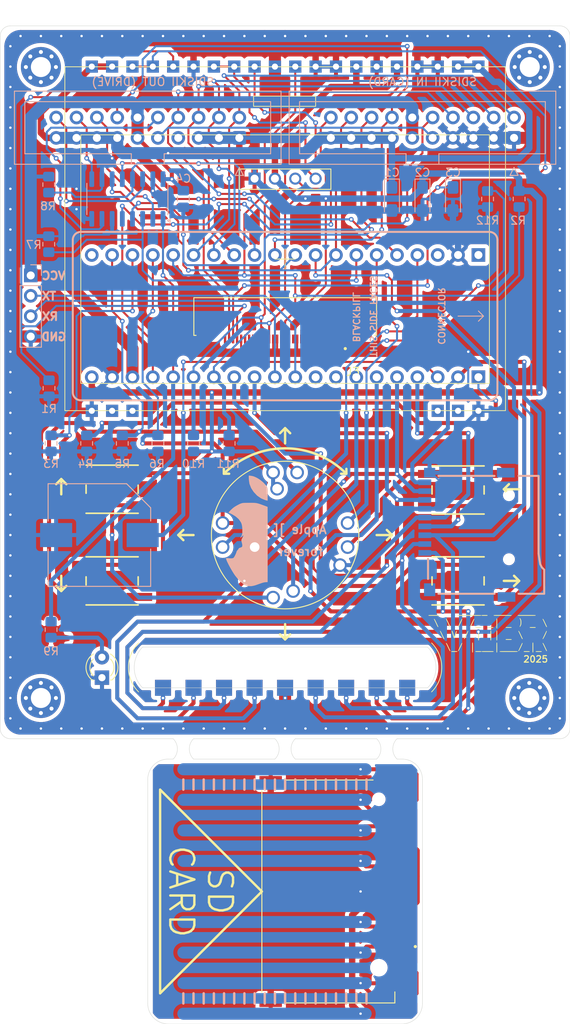
<source format=kicad_pcb>
(kicad_pcb (version 20240108) (generator "pcbnew") (generator_version "8.0")
  (title_block (comment 4 "AISLER Project ID: LMIKWSZD"))
  (layers (0 "F.Cu" signal) (31 "B.Cu" signal) (34 "B.Paste" user) (35 "F.Paste" user) (36 "B.SilkS" user "B.Silkscreen") (37 "F.SilkS" user "F.Silkscreen") (38 "B.Mask" user) (39 "F.Mask" user) (44 "Edge.Cuts" user))
  (net 0 "")
  (net 1 "GND")
  (net 2 "VCC")
  (net 3 "+12V")
  (net 4 "STEP2")
  (net 5 "WR_REQ")
  (net 6 "STEP3")
  (net 7 "STEP0")
  (net 8 "VCOMH")
  (net 9 "Net-(J1-Pin_9)")
  (net 10 "Net-(J1-Pin_16)")
  (net 11 "Net-(J1-Pin_20)")
  (net 12 "STEP1")
  (net 13 "WR_REQ_DISK")
  (net 14 "WR_PROTECT")
  (net 15 "BTN_DOWN")
  (net 16 "BTN_ENTR")
  (net 17 "BTN_RET")
  (net 18 "BTN_UP")
  (net 19 "WR_DATA")
  (net 20 "+3.3V")
  (net 21 "RD_DATA")
  (net 22 "SDIO_DO")
  (net 23 "SD_EJECT")
  (net 24 "SDIO_CK")
  (net 25 "I2C_SDA")
  (net 26 "USART1_RX")
  (net 27 "I2C_SCL")
  (net 28 "USART1_TX")
  (net 29 "SDIO_D1")
  (net 30 "Net-(J2-Pin_20)")
  (net 31 "RD_DATA_DISK")
  (net 32 "SDIO_CMD")
  (net 33 "SDIO_D2")
  (net 34 "WR_DATA_DISK")
  (net 36 "SDIO_D3")
  (net 37 "DEBUG")
  (net 38 "TIM3_CH4")
  (net 40 "DEVICE_ENABLE")
  (net 41 "TIM1_CH2N")
  (net 42 "{slash}RES")
  (net 43 "TIM2_CH3")
  (net 47 "IREF")
  (net 52 "V3.3")
  (net 54 "{slash}AB")
  (net 55 "Net-(D1-A)")
  (footprint "sdisk_stm32:SD_CARD_AMPHENOL_GMC020080HR" (layer "F.Cu") (at 151.4 160.02 90)
    (property "Reference" "SD2" (hide yes))
    (property "Value" "SD_CARD" (hide yes))
  )
  (footprint "" (layer "F.Cu") (at 154.94 134.62)
    (property "Reference" "")
    (property "Value" "")
  )
  (footprint "sdisk_stm32:ALPS XDCR_RKJXT1F42001" (layer "F.Cu") (at 139.7022 115.57)
    (property "Reference" "S5" (hide yes))
    (property "Value" "RKJXT1F42001" (hide yes))
  )
  (footprint "" (layer "F.Cu") (at 128.27 134.62)
    (property "Reference" "")
    (property "Value" "")
  )
  (footprint "" (layer "F.Cu") (at 147.32 134.62)
    (property "Reference" "")
    (property "Value" "")
  )
  (footprint "sdisk_stm32:AMPHENOL_F32R-1A7H1-11031" (layer "F.Cu") (at 139.71 88.32 180)
    (property "Reference" "J3")
    (property "Value" "EA W128064-OLED (FPC31)" (hide yes))
  )
  (footprint "MountingHole:MountingHole_2.5mm_Pad_Via" (layer "F.Cu") (at 109.22 135.89)
    (property "Reference" "H3" (hide yes))
    (property "Value" "MountingHole_2.5mm_Pad_Via" (hide yes))
  )
  (footprint "MountingHole:MountingHole_2.5mm_Pad_Via" (layer "F.Cu") (at 109.22 57.205825)
    (property "Reference" "H1" (hide yes))
    (property "Value" "MountingHole_2.5mm_Pad_Via" (hide yes))
  )
  (footprint "sdisk_stm32:SW_EVQ-Q2B02W" (layer "F.Cu") (at 161.29 109.95 180)
    (property "Reference" "S2" (hide yes))
    (property "Value" "EVQ-Q2B02W")
  )
  (footprint "Symbol:OSHW-Logo2_7.3x6mm_Copper" (layer "F.Cu") (at 110.49 128.905)
    (property "Reference" "REF**" (hide yes))
    (property "Value" "OSHW-Logo2_7.3x6mm_Copper" (hide yes))
  )
  (footprint "LOGO" (layer "F.Cu") (at 165.1 128.27)
    (property "Reference" "VIBR" (hide yes))
    (property "Value" "LOGO" (hide yes))
  )
  (footprint "LED_THT:LED_D3.0mm" (layer "F.Cu") (at 116.84 133.355 90)
    (property "Reference" "D1" (hide yes))
    (property "Value" "LED" (hide yes))
  )
  (footprint "sdisk_stm32:EA OLEDM128-6" (layer "F.Cu") (at 139.7 81.153)
    (property "Reference" "U3" (hide yes))
    (property "Value" "EA OLEDM128-6" (hide yes))
  )
  (footprint "Symbol:OSHW-Logo2_7.3x6mm_SilkScreen" (layer "F.Cu") (at 110.49 128.905)
    (property "Reference" "REF**OHW-M" (hide yes))
    (property "Value" "OSHW-Logo2_7.3x6mm_SilkScreen" (hide yes))
  )
  (footprint "" (layer "F.Cu") (at 135.89 134.62)
    (property "Reference" "")
    (property "Value" "")
  )
  (footprint "" (layer "F.Cu") (at 132.08 134.62)
    (property "Reference" "")
    (property "Value" "")
  )
  (footprint "" (layer "F.Cu") (at 151.13 134.62)
    (property "Reference" "")
    (property "Value" "")
  )
  (footprint "MountingHole:MountingHole_2.5mm_Pad_Via" (layer "F.Cu") (at 170.18 135.89)
    (property "Reference" "H4" (hide yes))
    (property "Value" "MountingHole_2.5mm_Pad_Via" (hide yes))
  )
  (footprint "" (layer "F.Cu") (at 139.7 134.62)
    (property "Reference" "")
    (property "Value" "")
  )
  (footprint "MountingHole:MountingHole_2.5mm_Pad_Via" (layer "F.Cu") (at 170.235825 57.205825)
    (property "Reference" "H2" (hide yes))
    (property "Value" "MountingHole_2.5mm_Pad_Via" (hide yes))
  )
  (footprint "sdisk_stm32:SW_EVQ-Q2B02W" (layer "F.Cu") (at 118.11 121.285)
    (property "Reference" "S3" (hide yes))
    (property "Value" "EVQ-Q2B02W")
  )
  (footprint "" (layer "F.Cu") (at 143.51 134.62)
    (property "Reference" "")
    (property "Value" "")
  )
  (footprint "sdisk_stm32:MODULE_DM-OLED096-636-SMAL" (layer "F.Cu") (at 139.7 82.62)
    (property "Reference" "U2" (hide yes))
    (property "Value" "DM-OLED096-636" (hide yes))
  )
  (footprint "sdisk_stm32:SW_EVQ-Q2B02W" (layer "F.Cu") (at 118.11 109.855)
    (property "Reference" "S1" (hide yes))
    (property "Value" "EVQ-Q2B02W")
  )
  (footprint "" (layer "F.Cu") (at 124.46 134.62)
    (property "Reference" "")
    (property "Value" "")
  )
  (footprint "sdisk_stm32:SW_EVQ-Q2B02W" (layer "F.Cu") (at 161.29 121.285 180)
    (property "Reference" "S4" (hide yes))
    (property "Value" "EVQ-Q2B02W")
  )
  (footprint "" (layer "B.Cu") (at 135.89 134.62)
    (property "Reference" "")
    (property "Value" "")
  )
  (footprint "Connector_IDC:IDC-Header_2x10_P2.54mm_Vertical" (layer "B.Cu") (at 168.275 66.04 90)
    (property "Reference" "J1" (hide yes))
    (property "Value" "SDISKII IN (CARD)")
  )
  (footprint "LOGO" (layer "B.Cu") (at 138.43 114.935 180)
    (property "Reference" "G***" (hide yes))
    (property "Value" "LOGO" (hide yes))
  )
  (footprint "Package_SO:SOIC-16_3.9x9.9mm_P1.27mm" (layer "B.Cu") (at 120.015 73.66 90)
    (property "Reference" "U4" (hide yes))
    (property "Value" "74x257" (hide yes))
  )
  (footprint "Resistor_SMD:R_0805_2012Metric_Pad1.20x1.40mm_HandSolder" (layer "B.Cu") (at 110.49 127.365 -90)
    (property "Reference" "R9")
    (property "Value" "470" (hide yes))
  )
  (footprint "Capacitor_SMD:C_0805_2012Metric_Pad1.18x1.45mm_HandSolder" (layer "B.Cu") (at 127 73.66 -90)
    (property "Reference" "C4")
    (property "Value" "100n" (hide yes))
  )
  (footprint "Resistor_SMD:R_0805_2012Metric_Pad1.20x1.40mm_HandSolder" (layer "B.Cu") (at 119.38 104.14 -90)
    (property "Reference" "R5")
    (property "Value" "10K" (hide yes))
  )
  (footprint "" (layer "B.Cu") (at 124.46 134.62)
    (property "Reference" "")
    (property "Value" "")
  )
  (footprint "Resistor_SMD:R_0805_2012Metric_Pad1.20x1.40mm_HandSolder" (layer "B.Cu") (at 168.91 73.66 90)
    (property "Reference" "R2")
    (property "Value" "10k" (hide yes))
  )
  (footprint "Resistor_SMD:R_0805_2012Metric_Pad1.20x1.40mm_HandSolder" (layer "B.Cu") (at 164.973 73.66 -90)
    (property "Reference" "R12")
    (property "Value" "10K" (hide yes))
  )
  (footprint "" (layer "B.Cu") (at 128.27 134.62)
    (property "Reference" "")
    (property "Value" "")
  )
  (footprint "Connector_PinHeader_2.54mm:PinHeader_1x04_P2.54mm_Vertical" (layer "B.Cu") (at 107.95 83.195 180)
    (property "Reference" "J4" (hide yes))
    (property "Value" "UART")
  )
  (footprint "sdisk_stm32:BUZZER CUI_CT-1205H-SMT" (layer "B.Cu") (at 116.52 115.57)
    (property "Reference" "LS1" (hide yes))
    (property "Value" "BUZZER CT-1205H-SMT" (hide yes))
  )
  (footprint "Resistor_SMD:R_0805_2012Metric_Pad1.20x1.40mm_HandSolder" (layer "B.Cu") (at 123.825 104.14 -90)
    (property "Reference" "R6")
    (property "Value" "10K" (hide yes))
  )
  (footprint "Resistor_SMD:R_0805_2012Metric_Pad1.20x1.40mm_HandSolder" (layer "B.Cu") (at 132.715 104.14 -90)
    (property "Reference" "R11")
    (property "Value" "10K" (hide yes))
  )
  (footprint "" (layer "B.Cu") (at 147.32 134.62)
    (property "Reference" "")
    (property "Value" "")
  )
  (footprint "acheron_Hardware.pretty-master:Mini_F4X1_STM32_VIB" (layer "B.Cu") (at 139.7 88.265 90)
    (property "Reference" "U1" (hide yes))
    (property "Value" "BlackPill STMF4X1" (hide yes))
  )
  (footprint "Resistor_SMD:R_0805_2012Metric_Pad1.20x1.40mm_HandSolder" (layer "B.Cu") (at 114.935 104.14 -90)
    (property "Reference" "R4")
    (property "Value" "10K" (hide yes))
  )
  (footprint "Capacitor_Tantalum_SMD:CP_EIA-3216-18_Kemet-A_Pad1.58x1.35mm_HandSolder" (layer "B.Cu") (at 153.035 73.66 -90)
    (property "Reference" "C1")
    (property "Value" "4u7" (hide yes))
  )
  (footprint "Resistor_SMD:R_0805_2012Metric_Pad1.20x1.40mm_HandSolder" (layer "B.Cu") (at 110.49 104.14 -90)
    (property "Reference" "R3")
    (property "Value" "10K" (hide yes))
  )
  (footprint "Resistor_SMD:R_0805_2012Metric_Pad1.20x1.40mm_HandSolder" (layer "B.Cu") (at 128.27 104.14 -90)
    (property "Reference" "R10")
    (property "Value" "10K" (hide yes))
  )
  (footprint "Connector_IDC:IDC-Header_2x10_P2.54mm_Vertical" (layer "B.Cu") (at 133.985 66.04 90)
    (property "Reference" "J2" (hide yes))
    (property "Value" "SDISKII OUT (DRIVE)")
  )
  (footprint "Capacitor_Tantalum_SMD:CP_EIA-3216-18_Kemet-A_Pad1.58x1.35mm_HandSolder" (layer "B.Cu") (at 156.845 73.66 -90)
    (property "Reference" "C2")
    (property "Value" "4u7" (hide yes))
  )
  (footprint "" (layer "B.Cu") (at 151.13 134.62)
    (property "Reference" "")
    (property "Value" "")
  )
  (footprint "" (layer "B.Cu") (at 154.94 134.62)
    (property "Reference" "")
    (property "Value" "")
  )
  (footprint "sdisk_stm32:GCT-MEM2055-00-190-01-A_VIB" (layer "B.Cu") (at 156.34 115.5416 90)
    (property "Reference" "SD1" (hide yes))
    (property "Value" "MicroSD_SDIO" (hide yes))
  )
  (footprint "" (layer "B.Cu") (at 139.7 134.62)
    (property "Reference" "")
    (property "Value" "")
  )
  (footprint "" (layer "B.Cu") (at 132.08 134.62)
    (property "Reference" "")
    (property "Value" "")
  )
  (footprint "Capacitor_Tantalum_SMD:CP_EIA-3216-18_Kemet-A_Pad1.58x1.35mm_HandSolder" (layer "B.Cu") (at 160.655 73.66 -90)
    (property "Reference" "C3")
    (property "Value" "4u7" (hide yes))
  )
  (footprint "Resistor_SMD:R_0805_2012Metric_Pad1.20x1.40mm_HandSolder" (layer "B.Cu") (at 110.236 97.266 -90)
    (property "Reference" "R1")
    (property "Value" "910K" (hide yes))
  )
  (footprint "" (layer "B.Cu") (at 143.51 134.62)
    (property "Reference" "")
    (property "Value" "")
  )
  (footprint "Resistor_SMD:R_0805_2012Metric_Pad1.20x1.40mm_HandSolder" (layer "B.Cu") (at 110.2 79.3 -90)
    (property "Reference" "R7")
    (property "Value" "10K" (hide yes))
  )
  (footprint "Resistor_SMD:R_0805_2012Metric_Pad1.20x1.40mm_HandSolder" (layer "B.Cu") (at 110.2 71.866 -90)
    (property "Reference" "R8")
    (property "Value" "10K" (hide yes))
  )
  (gr_line (start 172.72 139.7) (end 106.68 139.7) (stroke (width 1.5)) (layer "F.Cu") (net 1))
  (gr_arc (start 172.72 53.34) (mid 173.618026 53.711974) (end 173.99 54.61) (stroke (width 1.5)) (layer "F.Cu") (net 1))
  (gr_line (start 172.72 53.34) (end 106.68 53.34) (stroke (width 1.5)) (layer "F.Cu") (net 1))
  (gr_arc (start 173.99 138.43) (mid 173.618026 139.328026) (end 172.72 139.7) (stroke (width 1.5)) (layer "F.Cu") (net 1))
  (gr_line (start 173.99 138.43) (end 173.99 54.61) (stroke (width 1.5)) (layer "F.Cu") (net 1))
  (gr_arc (start 105.41 54.61) (mid 105.781974 53.711974) (end 106.68 53.34) (stroke (width 1.5)) (layer "F.Cu") (net 1))
  (gr_arc (start 106.68 139.7) (mid 105.781974 139.328026) (end 105.41 138.43) (stroke (width 1.5)) (layer "F.Cu") (net 1))
  (gr_line (start 105.41 54.61) (end 105.41 138.43) (stroke (width 1.5)) (layer "F.Cu") (net 1))
  (gr_line (start 173.99 138.43) (end 173.99 54.61) (stroke (width 1.5)) (layer "B.Cu") (net 1))
  (gr_arc (start 106.68 139.7) (mid 105.781974 139.328026) (end 105.41 138.43) (stroke (width 1.5)) (layer "B.Cu") (net 1))
  (gr_line (start 172.72 139.7) (end 106.68 139.7) (stroke (width 1.5)) (layer "B.Cu") (net 1))
  (gr_arc (start 105.41 54.61) (mid 105.781974 53.711974) (end 106.68 53.34) (stroke (width 1.5)) (layer "B.Cu") (net 1))
  (gr_arc (start 173.99 138.43) (mid 173.618026 139.328026) (end 172.72 139.7) (stroke (width 1.5)) (layer "B.Cu") (net 1))
  (gr_line (start 105.41 54.61) (end 105.41 138.43) (stroke (width 1.5)) (layer "B.Cu") (net 1))
  (gr_arc (start 172.72 53.34) (mid 173.618026 53.711974) (end 173.99 54.61) (stroke (width 1.5)) (layer "B.Cu") (net 1))
  (gr_line (start 172.72 53.34) (end 106.68 53.34) (stroke (width 1.5)) (layer "B.Cu") (net 1))
  (gr_line (start 127 147.32) (end 127 146.685) (stroke (width 0.1)) (layer "B.SilkS"))
  (gr_line (start 139.7 146.05) (end 139.7 147.32) (stroke (width 0.3)) (layer "B.SilkS"))
  (gr_line (start 142.24 146.05) (end 142.24 147.32) (stroke (width 0.3)) (layer "B.SilkS"))
  (gr_line (start 130.81 146.05) (end 130.81 147.32) (stroke (width 0.3)) (layer "B.SilkS"))
  (gr_line (start 134.62 172.72) (end 134.62 173.99) (stroke (width 0.3)) (layer "B.SilkS"))
  (gr_line (start 138.43 147.32) (end 138.43 146.685) (stroke (width 0.1)) (layer "B.SilkS"))
  (gr_line (start 138.43 172.72) (end 138.43 173.99) (stroke (width 0.3)) (layer "B.SilkS"))
  (gr_line (start 143.51 172.72) (end 143.51 173.99) (stroke (width 0.3)) (layer "B.SilkS"))
  (gr_line (start 148.59 147.32) (end 148.59 146.685) (stroke (width 0.1)) (layer "B.SilkS"))
  (gr_line (start 137.16 147.32) (end 137.16 146.685) (stroke (width 0.1)) (layer "B.SilkS"))
  (gr_line (start 132.08 172.72) (end 132.08 173.99) (stroke (width 0.3)) (layer "B.SilkS"))
  (gr_line (start 132.08 147.32) (end 132.08 146.685) (stroke (width 0.1)) (layer "B.SilkS"))
  (gr_line (start 144.78 172.72) (end 144.78 173.99) (stroke (width 0.3)) (layer "B.SilkS"))
  (gr_line (start 149.86 172.72) (end 149.86 173.99) (stroke (width 0.3)) (layer "B.SilkS"))
  (gr_line (start 144.78 147.32) (end 144.78 146.685) (stroke (width 0.1)) (layer "B.SilkS"))
  (gr_line (start 128.27 146.05) (end 128.27 147.32) (stroke (width 0.3)) (layer "B.SilkS"))
  (gr_line (start 149.86 147.32) (end 149.86 146.685) (stroke (width 0.1)) (layer "B.SilkS"))
  (gr_line (start 139.7 147.32) (end 139.7 146.685) (stroke (width 0.1)) (layer "B.SilkS"))
  (gr_line (start 148.59 146.05) (end 148.59 147.32) (stroke (width 0.3)) (layer "B.SilkS"))
  (gr_line (start 147.32 146.05) (end 147.32 147.32) (stroke (width 0.3)) (layer "B.SilkS"))
  (gr_line (start 127 146.05) (end 127 147.32) (stroke (width 0.3)) (layer "B.SilkS"))
  (gr_line (start 128.27 147.32) (end 128.27 146.685) (stroke (width 0.1)) (layer "B.SilkS"))
  (gr_line (start 129.54 147.32) (end 129.54 146.685) (stroke (width 0.1)) (layer "B.SilkS"))
  (gr_line (start 139.7 172.72) (end 139.7 173.99) (stroke (width 0.3)) (layer "B.SilkS"))
  (gr_line (start 135.89 146.05) (end 135.89 147.32) (stroke (width 0.3)) (layer "B.SilkS"))
  (gr_line (start 132.08 146.05) (end 132.08 147.32) (stroke (width 0.3)) (layer "B.SilkS"))
  (gr_line (start 127 172.72) (end 127 173.99) (stroke (width 0.3)) (layer "B.SilkS"))
  (gr_line (start 147.32 172.72) (end 147.32 173.99) (stroke (width 0.3)) (layer "B.SilkS"))
  (gr_line (start 147.32 147.32) (end 147.32 146.685) (stroke (width 0.1)) (layer "B.SilkS"))
  (gr_line (start 142.24 147.32) (end 142.24 146.685) (stroke (width 0.1)) (layer "B.SilkS"))
  (gr_line (start 146.05 172.72) (end 146.05 173.99) (stroke (width 0.3)) (layer "B.SilkS"))
  (gr_line (start 149.86 146.05) (end 149.86 147.32) (stroke (width 0.3)) (layer "B.SilkS"))
  (gr_line (start 146.05 147.32) (end 146.05 146.685) (stroke (width 0.1)) (layer "B.SilkS"))
  (gr_line (start 140.97 172.72) (end 140.97 173.99) (stroke (width 0.3)) (layer "B.SilkS"))
  (gr_line (start 144.78 146.05) (end 144.78 147.32) (stroke (width 0.3)) (layer "B.SilkS"))
  (gr_line (start 140.97 147.32) (end 140.97 146.685) (stroke (width 0.1)) (layer "B.SilkS"))
  (gr_line (start 143.51 146.05) (end 143.51 147.32) (stroke (width 0.3)) (layer "B.SilkS"))
  (gr_line (start 148.59 172.72) (end 148.59 173.99) (stroke (width 0.3)) (layer "B.SilkS"))
  (gr_line (start 146.05 146.05) (end 146.05 147.32) (stroke (width 0.3)) (layer "B.SilkS"))
  (gr_line (start 133.35 147.32) (end 133.35 146.685) (stroke (width 0.1)) (layer "B.SilkS"))
  (gr_line (start 138.43 146.05) (end 138.43 147.32) (stroke (width 0.3)) (layer "B.SilkS"))
  (gr_line (start 130.81 172.72) (end 130.81 173.99) (stroke (width 0.3)) (layer "B.SilkS"))
  (gr_line (start 137.16 146.05) (end 137.16 147.32) (stroke (width 0.3)) (layer "B.SilkS"))
  (gr_line (start 134.62 147.32) (end 134.62 146.685) (stroke (width 0.1)) (layer "B.SilkS"))
  (gr_line (start 134.62 146.05) (end 134.62 147.32) (stroke (width 0.3)) (layer "B.SilkS"))
  (gr_line (start 143.51 147.32) (end 143.51 146.685) (stroke (width 0.1)) (layer "B.SilkS"))
  (gr_line (start 133.35 172.72) (end 133.35 173.99) (stroke (width 0.3)) (layer "B.SilkS"))
  (gr_line (start 128.27 172.72) (end 128.27 173.99) (stroke (width 0.3)) (layer "B.SilkS"))
  (gr_line (start 142.24 172.72) (end 142.24 173.99) (stroke (width 0.3)) (layer "B.SilkS"))
  (gr_line (start 129.54 172.72) (end 129.54 173.99) (stroke (width 0.3)) (layer "B.SilkS"))
  (gr_line (start 140.97 146.05) (end 140.97 147.32) (stroke (width 0.3)) (layer "B.SilkS"))
  (gr_line (start 135.89 172.72) (end 135.89 173.99) (stroke (width 0.3)) (layer "B.SilkS"))
  (gr_line (start 135.89 147.32) (end 135.89 146.685) (stroke (width 0.1)) (layer "B.SilkS"))
  (gr_line (start 137.16 172.72) (end 137.16 173.99) (stroke (width 0.3)) (layer "B.SilkS"))
  (gr_line (start 129.54 146.05) (end 129.54 147.32) (stroke (width 0.3)) (layer "B.SilkS"))
  (gr_line (start 133.35 146.05) (end 133.35 147.32) (stroke (width 0.3)) (layer "B.SilkS"))
  (gr_line (start 130.81 147.32) (end 130.81 146.685) (stroke (width 0.1)) (layer "B.SilkS"))
  (gr_line (start 132.055696 107.923496) (end 132.715 107.923496) (stroke (width 0.3)) (layer "F.SilkS"))
  (gr_line (start 167.005 109.855) (end 167.64 110.49) (stroke (width 0.3)) (layer "F.SilkS"))
  (gr_line (start 124.1 172.72) (end 124.1 147.32) (stroke (width 0.3)) (layer "F.SilkS"))
  (gr_arc (start 121.412001 135.127999) (mid 120.149478 132.08) (end 121.412001 129.032001) (stroke (width 0.1)) (layer "F.SilkS"))
  (gr_line (start 139.7 102.235) (end 140.335 102.87) (stroke (width 0.3)) (layer "F.SilkS"))
  (gr_line (start 126.365 115.57) (end 127 114.935) (stroke (width 0.3)) (layer "F.SilkS"))
  (gr_line (start 153.035 115.57) (end 152.4 114.935) (stroke (width 0.3)) (layer "F.SilkS"))
  (gr_arc (start 132.055696 107.923496) (mid 135.563942 105.579361) (end 139.7022 104.756211) (stroke (width 0.3)) (layer "F.SilkS"))
  (gr_line (start 167.005 109.855) (end 167.64 109.22) (stroke (width 0.3)) (layer "F.SilkS"))
  (gr_line (start 139.7 102.235) (end 139.065 102.87) (stroke (width 0.3)) (layer "F.SilkS"))
  (gr_line (start 147.348704 107.923496) (end 147.348704 107.315) (stroke (width 0.3)) (layer "F.SilkS"))
  (gr_line (start 139.7 128.5875) (end 140.335 127.9525) (stroke (width 0.3)) (layer "F.SilkS"))
  (gr_line (start 139.7 126.6825) (end 139.7 128.5875) (stroke (width 0.3)) (layer "F.SilkS"))
  (gr_line (start 151.13 115.57) (end 153.035 115.57) (stroke (width 0.3)) (layer "F.SilkS"))
  (gr_line (start 136.8 160.02) (end 124.1 147.32) (stroke (width 0.3)) (layer "F.SilkS"))
  (gr_line (start 139.7 128.5875) (end 139.065 127.9525) (stroke (width 0.3)) (layer "F.SilkS"))
  (gr_line (start 147.348704 107.923496) (end 146.685 107.923496) (stroke (width 0.3)) (layer "F.SilkS"))
  (gr_arc (start 139.7022 104.756211) (mid 143.840458 105.579362) (end 147.348704 107.923496) (stroke (width 0.3)) (layer "F.SilkS"))
  (gr_line (start 167.005 121.285) (end 168.91 121.285) (stroke (width 0.3)) (layer "F.SilkS"))
  (gr_line (start 128.27 115.57) (end 126.365 115.57) (stroke (width 0.3)) (layer "F.SilkS"))
  (gr_line (start 111.76 120.65) (end 111.76 122.555) (stroke (width 0.3)) (layer "F.SilkS"))
  (gr_line (start 139.7 104.14) (end 139.7 102.235) (stroke (width 0.3)) (layer "F.SilkS"))
  (gr_line (start 168.91 121.285) (end 168.275 120.65) (stroke (width 0.3)) (layer "F.SilkS"))
  (gr_line (start 132.055696 107.923496) (end 132.055696 107.315) (stroke (width 0.3)) (layer "F.SilkS"))
  (gr_line (start 168.91 109.855) (end 167.005 109.855) (stroke (width 0.3)) (layer "F.SilkS"))
  (gr_line (start 168.91 121.285) (end 168.275 121.92) (stroke (width 0.3)) (layer "F.SilkS"))
  (gr_line (start 111.76 122.555) (end 112.395 121.92) (stroke (width 0.3)) (layer "F.SilkS"))
  (gr_line (start 111.76 110.49) (end 111.76 108.585) (stroke (width 0.3)) (layer "F.SilkS"))
  (gr_line (start 126.365 115.57) (end 127 116.205) (stroke (width 0.3)) (layer "F.SilkS"))
  (gr_line (start 111.76 108.585) (end 112.395 109.22) (stroke (width 0.3)) (layer "F.SilkS"))
  (gr_line (start 136.8 160.02) (end 124.1 172.72) (stroke (width 0.3)) (layer "F.SilkS"))
  (gr_line (start 111.76 122.555) (end 111.125 121.92) (stroke (width 0.3)) (layer "F.SilkS"))
  (gr_arc (start 157.987999 129.032001) (mid 159.250522 132.08) (end 157.987999 135.127999) (stroke (width 0.1)) (layer "F.SilkS"))
  (gr_line (start 153.035 115.57) (end 152.4 116.205) (stroke (width 0.3)) (layer "F.SilkS"))
  (gr_line (start 111.76 108.585) (end 111.125 109.22) (stroke (width 0.3)) (layer "F.SilkS"))
  (gr_line (start 151.13 143.51) (end 140.97 143.51) (stroke (width 0.05)) (layer "Edge.Cuts"))
  (gr_line (start 121.92 129.54) (end 157.48 129.54) (stroke (width 0.05)) (layer "Edge.Cuts"))
  (gr_line (start 173.99 140.97) (end 153.67 140.97) (stroke (width 0.05)) (layer "Edge.Cuts"))
  (gr_line (start 154.305 143.51) (end 153.67 143.51) (stroke (width 0.05)) (layer "Edge.Cuts"))
  (gr_line (start 122.555 146.05) (end 122.555 173.99) (stroke (width 0.05)) (layer "Edge.Cuts"))
  (gr_line (start 138.43 143.51) (end 128.27 143.51) (stroke (width 0.05)) (layer "Edge.Cuts"))
  (gr_arc (start 157.48 129.54) (mid 158.532102 132.08) (end 157.48 134.62) (stroke (width 0.05)) (layer "Edge.Cuts"))
  (gr_arc (start 122.555 146.05) (mid 123.298949 144.253949) (end 125.095 143.51) (stroke (width 0.05)) (layer "Edge.Cuts"))
  (gr_arc (start 151.13 140.97) (mid 151.656051 142.24) (end 151.13 143.51) (stroke (width 0.05)) (layer "Edge.Cuts"))
  (gr_line (start 121.92 134.62) (end 157.48 134.62) (stroke (width 0.05)) (layer "Edge.Cuts"))
  (gr_line (start 156.845 146.05) (end 156.845 173.99) (stroke (width 0.05)) (layer "Edge.Cuts"))
  (gr_arc (start 125.095 176.53) (mid 123.298949 175.786051) (end 122.555 173.99) (stroke (width 0.05)) (layer "Edge.Cuts"))
  (gr_line (start 175.26 53.34) (end 175.26 139.7) (stroke (width 0.05)) (layer "Edge.Cuts"))
  (gr_arc (start 173.99 52.07) (mid 174.888026 52.441974) (end 175.26 53.34) (stroke (width 0.05)) (layer "Edge.Cuts"))
  (gr_line (start 140.97 140.97) (end 151.13 140.97) (stroke (width 0.05)) (layer "Edge.Cuts"))
  (gr_arc (start 121.92 134.62) (mid 120.867898 132.08) (end 121.92 129.54) (stroke (width 0.05)) (layer "Edge.Cuts"))
  (gr_arc (start 128.27 143.51) (mid 127.743949 142.24) (end 128.27 140.97) (stroke (width 0.05)) (layer "Edge.Cuts"))
  (gr_arc (start 138.43 140.97) (mid 138.956051 142.24) (end 138.43 143.51) (stroke (width 0.05)) (layer "Edge.Cuts"))
  (gr_arc (start 153.67 143.51) (mid 153.143949 142.24) (end 153.67 140.97) (stroke (width 0.05)) (layer "Edge.Cuts"))
  (gr_line (start 154.305 176.53) (end 125.095 176.53) (stroke (width 0.05)) (layer "Edge.Cuts"))
  (gr_line (start 105.41 52.07) (end 173.99 52.07) (stroke (width 0.05)) (layer "Edge.Cuts"))
  (gr_arc (start 154.305 143.51) (mid 156.101051 144.253949) (end 156.845 146.05) (stroke (width 0.05)) (layer "Edge.Cuts"))
  (gr_line (start 104.14 139.7) (end 104.14 53.34) (stroke (width 0.05)) (layer "Edge.Cuts"))
  (gr_arc (start 104.14 53.34) (mid 104.511974 52.441974) (end 105.41 52.07) (stroke (width 0.05)) (layer "Edge.Cuts"))
  (gr_line (start 138.43 140.97) (end 128.27 140.97) (stroke (width 0.05)) (layer "Edge.Cuts"))
  (gr_arc (start 105.41 140.97) (mid 104.511974 140.598026) (end 104.14 139.7) (stroke (width 0.05)) (layer "Edge.Cuts"))
  (gr_arc (start 156.845 173.99) (mid 156.101051 175.786051) (end 154.305 176.53) (stroke (width 0.05)) (layer "Edge.Cuts"))
  (gr_arc (start 140.97 143.51) (mid 140.443949 142.24) (end 140.97 140.97) (stroke (width 0.05)) (layer "Edge.Cuts"))
  (gr_arc (start 175.26 139.7) (mid 174.888026 140.598026) (end 173.99 140.97) (stroke (width 0.05)) (layer "Edge.Cuts"))
  (gr_arc (start 125.73 140.97) (mid 126.256051 142.24) (end 125.73 143.51) (stroke (width 0.05)) (layer "Edge.Cuts"))
  (gr_line (start 105.41 140.97) (end 125.73 140.97) (stroke (width 0.05)) (layer "Edge.Cuts"))
  (gr_line (start 125.73 143.51) (end 125.095 143.51) (stroke (width 0.05)) (layer "Edge.Cuts"))
  (gr_text "RX" (at 111.506 88.9 0) (layer "B.SilkS") (effects (font (size 1 1) (thickness 0.25) (bold yes)) (justify left bottom mirror)))
  (gr_text "TX" (at 111.252 86.36 0) (layer "B.SilkS") (effects (font (size 1 1) (thickness 0.25) (bold yes)) (justify left bottom mirror)))
  (gr_text "VCC" (at 112.395 83.82 0) (layer "B.SilkS") (effects (font (size 1 1) (thickness 0.25) (bold yes)) (justify left bottom mirror)))
  (gr_text "GND" (at 112.522 91.44 0) (layer "B.SilkS") (effects (font (size 1 1) (thickness 0.25) (bold yes)) (justify left bottom mirror)))
  (gr_text "SD\nCARD" (at 124.99 160.02 270) (layer "F.SilkS") (effects (font (size 3 3) (thickness 0.3) (bold yes)) (justify bottom)))
  (segment (start 156.105 158.115) (end 156.105 161.29) (width 0.8) (layer "F.Cu") (net 1))
  (segment (start 135.71 92.53) (end 135.89 92.71) (width 0.25) (layer "F.Cu") (net 1))
  (segment (start 147.955 92.71) (end 147.32 92.71) (width 0.8) (layer "F.Cu") (net 1))
  (segment (start 138.43 57.15) (end 138.43 54.61) (width 1.5) (layer "F.Cu") (net 1))
  (segment (start 118.11 95.885) (end 118.11 93.98) (width 1.5) (layer "F.Cu") (net 1))
  (segment (start 136.21 91.44) (end 136.21 92.522) (width 0.25) (layer "F.Cu") (net 1))
  (segment (start 146.71 91.12) (end 146.71 92.608) (width 0.25) (layer "F.Cu") (net 1))
  (segment (start 138.43 92.71) (end 136.398 92.71) (width 0.8) (layer "F.Cu") (net 1))
  (segment (start 158.75 54.61) (end 160.02 53.34) (width 0.8) (layer "F.Cu") (net 1))
  (segment (start 137.9 171.24) (end 137.9 173.67) (width 0.8) (layer "F.Cu") (net 1))
  (segment (start 136.21 92.522) (end 136.398 92.71) (width 0.25) (layer "F.Cu") (net 1))
  (segment (start 123.19 72.644) (end 121.031 70.485) (width 0.25) (layer "F.Cu") (net 1))
  (segment (start 114.945 90.815) (end 107.95 90.815) (width 1.5) (layer "F.Cu") (net 1))
  (segment (start 173.99 54.61) (end 173.99 90.805) (width 0.8) (layer "F.Cu") (net 1))
  (segment (start 140.21 92.458) (end 140.462 92.71) (width 0.25) (layer "F.Cu") (net 1))
  (segment (start 118.11 69.090558) (end 118.11 68.58) (width 0.25) (layer "F.Cu") (net 1))
  (segment (start 138.43 57.15) (end 138.43 63.5) (width 1.5) (layer "F.Cu") (net 1))
  (segment (start 172.72 66.04) (end 173.99 64.77) (width 1.5) (layer "F.Cu") (net 1))
  (segment (start 136.398 92.71) (end 135.89 92.71) (width 0.8) (layer "F.Cu") (net 1))
  (segment (start 149.12 160.02) (end 137.9 148.8) (width 0.8) (layer "F.Cu") (net 1))
  (segment (start 139.446 92.71) (end 138.938 92.71) (width 0.8) (layer "F.Cu") (net 1))
  (segment (start 133.985 67.945) (end 133.985 66.04) (width 0.8) (layer "F.Cu") (net 1))
  (segment (start 134.366 92.71) (end 132.842 92.71) (width 0.8) (layer "F.Cu") (net 1))
  (segment (start 143.51 54.61) (end 144.78 53.34) (width 0.8) (layer "F.Cu") (net 1))
  (segment (start 135.21 92.538) (end 135.382 92.71) (width 0.25) (layer "F.Cu") (net 1))
  (segment (start 173.84 90.17) (end 173.99 90.17) (width 0.5) (layer "F.Cu") (net 1))
  (segment (start 147.21 92.6) (end 147.32 92.71) (width 0.25) (layer "F.Cu") (net 1))
  (segment (start 113.665 74.93) (end 113.665 72.39) (width 0.5) (layer "F.Cu") (net 1))
  (segment (start 138.938 92.71) (end 138.43 92.71) (width 0.8) (layer "F.Cu") (net 1))
  (segment (start 172.085 92.71) (end 147.955 92.71) (width 0.8) (layer "F.Cu") (net 1))
  (segment (start 147.21 91.12) (end 147.21 92.6) (width 0.25) (layer "F.Cu") (net 1))
  (segment (start 146.05 57.15) (end 146.05 54.61) (width 0.8) (layer "F.Cu") (net 1))
  (segment (start 135.21 91.44) (end 135.21 92.538) (width 0.25) (layer "F.Cu") (net 1))
  (segment (start 156.21 57.15) (end 156.21 54.61) (width 0.8) (layer "F.Cu") (net 1))
  (segment (start 121.031 70.485) (end 119.504442 70.485) (width 0.25) (layer "F.Cu") (net 1))
  (segment (start 141.21 91.44) (end 141.21 92.442) (width 0.25) (layer "F.Cu") (net 1))
  (segment (start 146.71 92.608) (end 146.812 92.71) (width 0.25) (layer "F.Cu") (net 1))
  (segment (start 134.21 92.554) (end 134.366 92.71) (width 0.25) (layer "F.Cu") (net 1))
  (segment (start 138.21 91.44) (end 138.21 92.49) (width 0.25) (layer "F.Cu") (net 1))
  (segment (start 138.71 92.482) (end 138.938 92.71) (width 0.25) (layer "F.Cu") (net 1))
  (segment (start 135.89 69.85) (end 133.985 67.945) (width 0.8) (layer "F.Cu") (net 1))
  (segment (start 139.7 134.62) (end 139.7 135.89) (width 1.5) (layer "F.Cu") (net 1))
  (segment (start 156.21 54.61) (end 157.48 53.34) (width 0.8) (layer "F.Cu") (net 1))
  (segment (start 134.21 91.44) (end 134.21 92.554) (width 0.25) (layer "F.Cu") (net 1))
  (segment (start 119.504442 70.485) (end 118.11 69.090558) (width 0.25) (layer "F.Cu") (net 1))
  (segment (start 139.21 91.44) (end 139.21 92.474) (width 0.25) (layer "F.Cu") (net 1))
  (segment (start 137.9 148.8) (end 137.9 146.37) (width 0.8) (layer "F.Cu") (net 1))
  (segment (start 156.105 158.115) (end 151.025 158.115) (width 0.8) (layer "F.Cu") (net 1))
  (segment (start 141.478 92.71) (end 140.462 92.71) (width 0.8) (layer "F.Cu") (net 1))
  (segment (start 149.12 160.02) (end 137.9 171.24) (width 0.8) (layer "F.Cu") (net 1))
  (segment (start 106.045 97.79) (end 105.41 97.79) (width 0.8) (layer "F.Cu") (net 1))
  (segment (start 135.89 71.12) (end 135.89 69.85) (width 0.8) (layer "F.Cu") (net 1))
  (segment (start 146.05 54.61) (end 147.32 53.34) (width 0.8) (layer "F.Cu") (net 1))
  (segment (start 151.025 158.115) (end 149.12 160.02) (width 0.8) (layer "F.Cu") (net 1))
  (segment (start 107.95 90.805) (end 106.045 90.805) (width 1.5) (layer "F.Cu") (net 1))
  (segment (start 151.13 54.61) (end 152.4 53.34) (width 0.8) (layer "F.Cu") (net 1))
  (segment (start 172.72 66.04) (end 168.275 66.04) (width 1.5) (layer "F.Cu") (net 1))
  (segment (start 138.71 91.44) (end 138.71 92.482) (width 0.25) (layer "F.Cu") (net 1))
  (segment (start 105.41 74.93) (end 113.665 74.93) (width 0.5) (layer "F.Cu") (net 1))
  (segment (start 118.11 93.98) (end 114.945 90.815) (width 1.5) (layer "F.Cu") (net 1))
  (segment (start 173.99 90.805) (end 172.085 92.71) (width 0.8) (layer "F.Cu") (net 1))
  (segment (start 128.27 54.61) (end 127 53.34) (width 0.8) (layer "F.Cu") (net 1))
  (segment (start 138.43 54.61) (end 137.16 53.34) (width 1.5) (layer "F.Cu") (net 1))
  (segment (start 138.43 63.5) (end 135.89 66.04) (width 1.5) (layer "F.Cu") (net 1))
  (segment (start 134.71 91.44) (end 134.71 92.546) (width 0.25) (layer "F.Cu") (net 1))
  (segment (start 135.71 91.44) (end 135.71 92.53) (width 0.25) (layer "F.Cu") (net 1))
  (segment (start 135.382 92.71) (end 134.874 92.71) (width 0.8) (layer "F.Cu") (net 1))
  (segment (start 132.63 92.71) (end 132.842 92.71) (width 0.25) (layer "F.Cu") (net 1))
  (segment (start 108.331 100.076) (end 106.045 97.79) (width 0.8) (layer "F.Cu") (net 1))
  (segment (start 156.105 154.94) (end 156.105 158.115) (width 0.8) (layer "F.Cu") (net 1))
  (segment (start 139.21 92.474) (end 139.446 92.71) (width 0.25) (layer "F.Cu") (net 1))
  (segment (start 138.21 92.49) (end 138.43 92.71) (width 0.25) (layer "F.Cu") (net 1))
  (segment (start 151.13 57.15) (end 151.13 54.61) (width 0.8) (layer "F.Cu") (net 1))
  (segment (start 115.57 100.076) (end 108.331 100.076) (width 0.8) (layer "F.Cu") (net 1))
  (segment (start 132.21 91.44) (end 132.21 92.29) (width 0.25) (layer "F.Cu") (net 1))
  (segment (start 158.75 57.15) (end 158.75 54.61) (width 0.8) (layer "F.Cu") (net 1))
  (segment (start 139.7 135.89) (end 139.7 139.7) (width 1.5) (layer "F.Cu") (net 1))
  (segment (start 140.21 91.44) (end 140.21 92.458) (width 0.25) (layer "F.Cu") (net 1))
  (segment (start 155.505 161.89) (end 154.2 161.89) (width 0.8) (layer "F.Cu") (net 1))
  (segment (start 132.21 92.29) (end 132.63 92.71) (width 0.25) (layer "F.Cu") (net 1))
  (segment (start 154.2 154.39) (end 155.555 154.39) (width 0.8) (layer "F.Cu") (net 1))
  (segment (start 134.874 92.71) (end 134.366 92.71) (width 0.8) (layer "F.Cu") (net 1))
  (segment (start 140.462 92.71) (end 139.446 92.71) (width 0.8) (layer "F.Cu") (net 1))
  (segment (start 146.812 92.71) (end 141.478 92.71) (width 0.8) (layer "F.Cu") (net 1))
  (segment (start 135.89 92.71) (end 135.382 92.71) (width 0.8) (layer "F.Cu") (net 1))
  (segment (start 147.32 92.71) (end 146.812 92.71) (width 0.8) (layer "F.Cu") (net 1))
  (segment (start 138.43 54.61) (end 139.7 53.34) (width 1.5) (layer "F.Cu") (net 1))
  (segment (start 156.105 161.29) (end 155.505 161.89) (width 0.8) (layer "F.Cu") (net 1))
  (segment (start 135.89 66.04) (end 133.985 66.04) (width 1.5) (layer "F.Cu") (net 1))
  (segment (start 155.555 154.39) (end 156.105 154.94) (width 0.8) (layer "F.Cu") (net 1))
  (segment (start 128.27 57.15) (end 128.27 54.61) (width 0.8) (layer "F.Cu") (net 1))
  (segment (start 106.045 90.805) (end 105.41 90.17) (width 1.5) (layer "F.Cu") (net 1))
  (segment (start 141.21 92.442) (end 141.478 92.71) (width 0.25) (layer "F.Cu") (net 1))
  (segment (start 143.51 57.15) (end 143.51 54.61) (width 0.8) (layer "F.Cu") (net 1))
  (segment (start 134.71 92.546) (end 134.874 92.71) (width 0.25) (layer "F.Cu") (net 1))
  (segment (start 173.99 97.79) (end 173.99 95.25) (width 0.8) (layer "F.Cu") (net 1))
  (via (at 124.46 53.34) (size 0.6) (drill 0.3) (layers "F.Cu" "B.Cu") (net 1))
  (via (at 105.41 133.35) (size 0.6) (drill 0.3) (layers "F.Cu" "B.Cu") (net 1))
  (via (at 173.99 138.43) (size 0.6) (drill 0.3) (layers "F.Cu" "B.Cu") (net 1))
  (via (at 105.41 80.01) (size 0.6) (drill 0.3) (layers "F.Cu" "B.Cu") (net 1))
  (via (at 105.41 118.11) (size 0.6) (drill 0.3) (layers "F.Cu" "B.Cu") (net 1))
  (via (at 173.99 135.89) (size 0.6) (drill 0.3) (layers "F.Cu" "B.Cu") (net 1))
  (via (at 173.99 128.27) (size 0.6) (drill 0.3) (layers "F.Cu" "B.Cu") (net 1))
  (via (at 154.94 139.7) (size 0.6) (drill 0.3) (layers "F.Cu" "B.Cu") (net 1))
  (via (at 160.02 139.7) (size 0.6) (drill 0.3) (layers "F.Cu" "B.Cu") (net 1))
  (via (at 173.99 59.69) (size 0.6) (drill 0.3) (layers "F.Cu" "B.Cu") (net 1))
  (via (at 105.41 115.57) (size 0.6) (drill 0.3) (layers "F.Cu" "B.Cu") (net 1))
  (via (at 109.22 139.7) (size 0.6) (drill 0.3) (layers "F.Cu" "B.Cu") (net 1))
  (via (at 105.41 62.23) (size 0.6) (drill 0.3) (layers "F.Cu" "B.Cu") (net 1))
  (via (at 139.7 139.7) (size 0.6) (drill 0.3) (layers "F.Cu" "B.Cu") (net 1))
  (via (at 170.18 53.34) (size 0.6) (drill 0.3) (layers "F.Cu" "B.Cu") (net 1))
  (via (at 162.56 92.71) (size 0.6) (drill 0.3) (layers "F.Cu" "B.Cu") (net 1))
  (via (at 119.38 53.34) (size 0.6) (drill 0.3) (layers "F.Cu" "B.Cu") (net 1))
  (via (at 129.54 139.7) (size 0.6) (drill 0.3) (layers "F.Cu" "B.Cu") (net 1))
  (via (at 119.38 139.7) (size 0.6) (drill 0.3) (layers "F.Cu" "B.Cu") (net 1))
  (via (at 105.41 123.19) (size 0.6) (drill 0.3) (layers "F.Cu" "B.Cu") (net 1))
  (via (at 105.41 82.55) (size 0.6) (drill 0.3) (layers "F.Cu" "B.Cu") (net 1))
  (via (at 137.16 139.7) (size 0.6) (drill 0.3) (layers "F.Cu" "B.Cu") (net 1))
  (via (at 162.56 53.34) (size 0.6) (drill 0.3) (layers "F.Cu" "B.Cu") (net 1))
  (via (at 105.41 85.09) (size 0.6) (drill 0.3) (layers "F.Cu" "B.Cu") (net 1))
  (via (at 114.3 53.34) (size 0.6) (drill 0.3) (layers "F.Cu" "B.Cu") (net 1))
  (via (at 173.99 92.71) (size 0.6) (drill 0.3) (layers "F.Cu" "B.Cu") (net 1))
  (via (at 114.3 139.7) (size 0.6) (drill 0.3) (layers "F.Cu" "B.Cu") (net 1))
  (via (at 170.18 139.7) (size 0.6) (drill 0.3) (layers "F.Cu" "B.Cu") (net 1))
  (via (at 105.41 97.79) (size 0.6) (drill 0.3) (layers "F.Cu" "B.Cu") (net 1))
  (via (at 123.19 72.644) (size 0.6) (drill 0.3) (layers "F.Cu" "B.Cu") (net 1))
  (via (at 137.16 53.34) (size 0.6) (drill 0.3) (layers "F.Cu" "B.Cu") (net 1))
  (via (at 173.99 82.55) (size 0.6) (drill 0.3) (layers "F.Cu" "B.Cu") (net 1))
  (via (at 173.99 133.35) (size 0.6) (drill 0.3) (layers "F.Cu" "B.Cu") (net 1))
  (via (at 105.41 130.81) (size 0.6) (drill 0.3) (layers "F.Cu" "B.Cu") (net 1))
  (via (at 165.1 53.34) (size 0.6) (drill 0.3) (layers "F.Cu" "B.Cu") (net 1))
  (via (at 173.99 120.65) (size 0.6) (drill 0.3) (layers "F.Cu" "B.Cu") (net 1))
  (via (at 147.32 139.7) (size 0.6) (drill 0.3) (layers "F.Cu" "B.Cu") (net 1))
  (via (at 105.41 110.49) (size 0.6) (drill 0.3) (layers "F.Cu" "B.Cu") (net 1))
  (via (at 157.48 53.34) (size 0.6) (drill 0.3) (layers "F.Cu" "B.Cu") (net 1))
  (via (at 124.46 139.7) (size 0.6) (drill 0.3) (layers "F.Cu" "B.Cu") (net 1))
  (via (at 167.64 53.34) (size 0.6) (drill 0.3) (layers "F.Cu" "B.Cu") (net 1))
  (via (at 105.41 125.73) (size 0.6) (drill 0.3) (layers "F.Cu" "B.Cu") (net 1))
  (via (at 173.99 113.03) (size 0.6) (drill 0.3) (layers "F.Cu" "B.Cu") (net 1))
  (via (at 173.99 107.95) (size 0.6) (drill 0.3) (layers "F.Cu" "B.Cu") (net 1))
  (via (at 139.7 53.34) (size 0.6) (drill 0.3) (layers "F.Cu" "B.Cu") (net 1))
  (via (at 105.41 64.77) (size 0.6) (drill 0.3) (layers "F.Cu" "B.Cu") (net 1))
  (via (at 105.41 87.63) (size 0.6) (drill 0.3) (layers "F.Cu" "B.Cu") (net 1))
  (via (at 121.92 139.7) (size 0.6) (drill 0.3) (layers "F.Cu" "B.Cu") (net 1))
  (via (at 152.4 53.34) (size 0.6) (drill 0.3) (layers "F.Cu" "B.Cu") (net 1))
  (via (at 173.99 64.77) (size 0.6) (drill 0.3) (layers "F.Cu" "B.Cu") (net 1))
  (via (at 173.99 125.73) (size 0.6) (drill 0.3) (layers "F.Cu" "B.Cu") (net 1))
  (via (at 149.12 160.02) (size 0.6) (drill 0.3) (layers "F.Cu" "B.Cu") (net 1))
  (via (at 113.665 72.39) (size 0.6) (drill 0.3) (layers "F.Cu" "B.Cu") (net 1))
  (via (at 173.99 87.63) (size 0.6) (drill 0.3) (layers "F.Cu" "B.Cu") (net 1))
  (via (at 173.99 95.25) (size 0.6) (drill 0.3) (layers "F.Cu" "B.Cu") (net 1))
  (via (at 105.41 95.25) (size 0.6) (drill 0.3) (layers "F.Cu" "B.Cu") (net 1))
  (via (at 173.99 97.79) (size 0.6) (drill 0.3) (layers "F.Cu" "B.Cu") (net 1))
  (via (at 154.94 53.34) (size 0.6) (drill 0.3) (layers "F.Cu" "B.Cu") (net 1))
  (via (at 105.41 90.17) (size 0.6) (drill 0.3) (layers "F.Cu" "B.Cu") (net 1))
  (via (at 152.4 139.7) (size 0.6) (drill 0.3) (layers "F.Cu" "B.Cu") (net 1))
  (via (at 132.08 53.34) (size 0.6) (drill 0.3) (layers "F.Cu" "B.Cu") (net 1))
  (via (at 172.72 139.7) (size 0.6) (drill 0.3) (layers "F.Cu" "B.Cu") (net 1))
  (via (at 173.99 67.31) (size 0.6) (drill 0.3) (layers "F.Cu" "B.Cu") (net 1))
  (via (at 116.84 139.7) (size 0.6) (drill 0.3) (layers "F.Cu" "B.Cu") (net 1))
  (via (at 167.64 139.7) (size 0.6) (drill 0.3) (layers "F.Cu" "B.Cu") (net 1))
  (via (at 127 139.7) (size 0.6) (drill 0.3) (layers "F.Cu" "B.Cu") (net 1))
  (via (at 173.99 77.47) (size 0.6) (drill 0.3) (layers "F.Cu" "B.Cu") (net 1))
  (via (at 173.99 115.57) (size 0.6) (drill 0.3) (layers "F.Cu" "B.Cu") (net 1))
  (via (at 173.99 102.87) (size 0.6) (drill 0.3) (layers "F.Cu" "B.Cu") (net 1))
  (via (at 173.99 105.41) (size 0.6) (drill 0.3) (layers "F.Cu" "B.Cu") (net 1))
  (via (at 142.24 139.7) (size 0.6) (drill 0.3) (layers "F.Cu" "B.Cu") (net 1))
  (via (at 173.99 80.01) (size 0.6) (drill 0.3) (layers "F.Cu" "B.Cu") (net 1))
  (via (at 105.41 138.43) (size 0.6) (drill 0.3) (layers "F.Cu" "B.Cu") (net 1))
  (via (at 173.99 54.61) (size 0.6) (drill 0.3) (layers "F.Cu" "B.Cu") (net 1))
  (via (at 139.7 135.89) (size 0.6) (drill 0.3) (layers "F.Cu" "B.Cu") (net 1))
  (via (at 173.99 90.17) (size 0.6) (drill 0.3) (layers "F.Cu" "B.Cu") (net 1))
  (via (at 109.22 53.34) (size 0.6) (drill 0.3) (layers "F.Cu" "B.Cu") (net 1))
  (via (at 149.86 139.7) (size 0.6) (drill 0.3) (layers "F.Cu" "B.Cu") (net 1))
  (via (at 105.41 105.41) (size 0.6) (drill 0.3) (layers "F.Cu" "B.Cu") (net 1))
  (via (at 113.665 74.93) (size 0.6) (drill 0.3) (layers "F.Cu" "B.Cu") (net 1))
  (via (at 173.99 69.85) (size 0.6) (drill 0.3) (layers "F.Cu" "B.Cu") (net 1))
  (via (at 106.68 139.7) (size 0.6) (drill 0.3) (layers "F.Cu" "B.Cu") (net 1))
  (via (at 149.86 53.34) (size 0.6) (drill 0.3) (layers "F.Cu" "B.Cu") (net 1))
  (via (at 144.78 139.7) (size 0.6) (drill 0.3) (layers "F.Cu" "B.Cu") (net 1))
  (via (at 105.41 57.15) (size 0.6) (drill 0.3) (layers "F.Cu" "B.Cu") (net 1))
  (via (at 144.78 53.34) (size 0.6) (drill 0.3) (layers "F.Cu" "B.Cu") (net 1))
  (via (at 165.1 139.7) (size 0.6) (drill 0.3) (layers "F.Cu" "B.Cu") (net 1))
  (via (at 118.11 68.58) (size 0.6) (drill 0.3) (layers "F.Cu" "B.Cu") (net 1))
  (via (at 121.92 53.34) (size 0.6) (drill 0.3) (layers "F.Cu" "B.Cu") (net 1))
  (via (at 173.99 100.33) (size 0.6) (drill 0.3) (layers "F.Cu" "B.Cu") (net 1))
  (via (at 172.72 53.34) (size 0.6) (drill 0.3) (layers "F.Cu" "B.Cu") (net 1))
  (via (at 173.99 62.23) (size 0.6) (drill 0.3) (layers "F.Cu" "B.Cu") (net 1))
  (via (at 105.41 72.39) (size 0.6) (drill 0.3) (layers "F.Cu" "B.Cu") (net 1))
  (via (at 173.99 57.15) (size 0.6) (drill 0.3) (layers "F.Cu" "B.Cu") (net 1))
  (via (at 173.99 130.81) (size 0.6) (drill 0.3) (layers "F.Cu" "B.Cu") (net 1))
  (via (at 173.99 110.49) (size 0.6) (drill 0.3) (layers "F.Cu" "B.Cu") (net 1))
  (via (at 106.68 53.34) (size 0.6) (drill 0.3) (layers "F.Cu" "B.Cu") (net 1))
  (via (at 147.32 53.34) (size 0.6) (drill 0.3) (layers "F.Cu" "B.Cu") (net 1))
  (via (at 173.99 85.09) (size 0.6) (drill 0.3) (layers "F.Cu" "B.Cu") (net 1))
  (via (at 111.76 139.7) (size 0.6) (drill 0.3) (layers "F.Cu" "B.Cu") (net 1))
  (via (at 105.41 92.71) (size 0.6) (drill 0.3) (layers "F.Cu" "B.Cu") (net 1))
  (via (at 173.99 123.19) (size 0.6) (drill 0.3) (layers "F.Cu" "B.Cu") (net 1))
  (via (at 105.41 102.87) (size 0.6) (drill 0.3) (layers "F.Cu" "B.Cu") (net 1))
  (via (at 105.41 100.33) (size 0.6) (drill 0.3) (layers "F.Cu" "B.Cu") (net 1))
  (via (at 132.08 139.7) (size 0.6) (drill 0.3) (layers "F.Cu" "B.Cu") (net 1))
  (via (at 105.41 107.95) (size 0.6) (drill 0.3) (layers "F.Cu" "B.Cu") (net 1))
  (via (at 173.99 72.39) (size 0.6) (drill 0.3) (layers "F.Cu" "B.Cu") (net 1))
  (via (at 105.41 77.47) (size 0.6) (drill 0.3) (layers "F.Cu" "B.Cu") (net 1))
  (via (at 173.99 118.11) (size 0.6) (drill 0.3) (layers "F.Cu" "B.Cu") (net 1))
  (via (at 157.48 139.7) (size 0.6) (drill 0.3) (layers "F.Cu" "B.Cu") (net 1))
  (via (at 116.84 53.34) (size 0.6) (drill 0.3) (layers "F.Cu" "B.Cu") (net 1))
  (via (at 105.41 74.93) (size 0.6) (drill 0.3) (layers "F.Cu" "B.Cu") (net 1))
  (via (at 162.56 139.7) (size 0.6) (drill 0.3) (layers "F.Cu" "B.Cu") (net 1))
  (via (at 105.41 54.61) (size 0.6) (drill 0.3) (layers "F.Cu" "B.Cu") (net 1))
  (via (at 105.41 120.65) (size 0.6) (drill 0.3) (layers "F.Cu" "B.Cu") (net 1))
  (via (at 173.99 74.93) (size 0.6) (drill 0.3) (layers "F.Cu" "B.Cu") (net 1))
  (via (at 105.41 135.89) (size 0.6) (drill 0.3) (layers "F.Cu" "B.Cu") (net 1))
  (via (at 105.41 69.85) (size 0.6) (drill 0.3) (layers "F.Cu" "B.Cu") (net 1))
  (via (at 127 53.34) (size 0.6) (drill 0.3) (layers "F.Cu" "B.Cu") (net 1))
  (via (at 134.62 139.7) (size 0.6) (drill 0.3) (layers "F.Cu" "B.Cu") (net 1))
  (via (at 105.41 59.69) (size 0.6) (drill 0.3) (layers "F.Cu" "B.Cu") (net 1))
  (via (at 105.41 113.03) (size 0.6) (drill 0.3) (layers "F.Cu" "B.Cu") (net 1))
  (via (at 105.41 67.31) (size 0.6) (drill 0.3) (layers "F.Cu" "B.Cu") (net 1))
  (via (at 105.41 128.27) (size 0.6) (drill 0.3) (layers "F.Cu" "B.Cu") (net 1))
  (via (at 129.54 53.34) (size 0.6) (drill 0.3) (layers "F.Cu" "B.Cu") (net 1))
  (via (at 134.62 53.34) (size 0.6) (drill 0.3) (layers "F.Cu" "B.Cu") (net 1))
  (via (at 111.76 53.34) (size 0.6) (drill 0.3) (layers "F.Cu" "B.Cu") (net 1))
  (via (at 142.24 53.34) (size 0.6) (drill 0.3) (layers "F.Cu" "B.Cu") (net 1))
  (via (at 160.02 53.34) (size 0.6) (drill 0.3) (layers "F.Cu" "B.Cu") (net 1))
  (segment (start 157.74 106.166) (end 163.83 100.076) (width 0.5) (layer "B.Cu") (net 1))
  (segment (start 160.655 75.0975) (end 160.655 77.47) (width 0.8) (layer "B.Cu") (net 1))
  (segment (start 110.49 105.14) (end 108.315 105.14) (width 0.5) (layer "B.Cu") (net 1))
  (segment (start 114.935 139.7) (end 114.3 139.7) (width 0.5) (layer "B.Cu") (net 1))
  (segment (start 157.74 107.7916) (end 157.74 106.166) (width 0.5) (layer "B.Cu") (net 1))
  (segment (start 163.195 66.04) (end 168.275 66.04) (width 1.5) (layer "B.Cu") (net 1))
  (segment (start 157.14 112.2916) (end 158.19 112.2916) (width 0.25) (layer "B.Cu") (net 1))
  (segment (start 114.57 139.43) (end 114.3 139.7) (width 0.25) (layer "B.Cu") (net 1))
  (segment (start 116.84 69.215) (end 117.475 68.58) (width 0.25) (layer "B.Cu") (net 1))
  (segment (start 160.655 75.0975) (end 139.8675 75.0975) (width 0.8) (layer "B.Cu") (net 1))
  (segment (start 158.19 112.2916) (end 159.385 111.0966) (width 0.25) (layer "B.Cu") (net 1))
  (segment (start 105.537 95.25) (end 105.41 95.25) (width 0.25) (layer "B.Cu") (net 1))
  (segment (start 163.4085 75.0975) (end 160.655 75.0975) (width 0.5) (layer "B.Cu") (net 1))
  (segment (start 116.84 72.39) (end 116.586 72.644) (width 0.25) (layer "B.Cu") (net 1))
  (segment (start 114.554 72.644) (end 114.3 72.39) (width 0.25) (layer "B.Cu") (net 1))
  (segment (start 159.385 109.22) (end 157.9566 107.7916) (width 0.25) (layer "B.Cu") (net 1))
  (segment (start 162.56 97.79) (end 162.56 92.71) (width 0.25) (layer "B.Cu") (net 1))
  (segment (start 115.57 76.135) (end 114.87 76.135) (width 0.5) (layer "B.Cu") (net 1))
  (segment (start 110.49 105.14) (end 123.825 105.14) (width 0.5) (layer "B.Cu") (net 1))
  (segment (start 157.9566 107.7916) (end 157.74 107.7916) (width 0.25) (layer "B.Cu") (net 1))
  (segment (start 125.2435 74.6975) (end 127 74.6975) (width 0.25) (layer "B.Cu") (net 1))
  (segment (start 116.84 137.795) (end 114.935 139.7) (width 0.5) (layer "B.Cu") (net 1))
  (segment (start 127 160.02) (end 149.755 160.02) (width 1.5) (layer "B.Cu") (net 1))
  (segment (start 108.553 98.266) (end 105.537 95.25) (width 0.5) (layer "B.Cu") (net 1))
  (segment (start 123.19 72.644) (end 123.19 71.185) (width 0.25) (layer "B.Cu") (net 1))
  (segment (start 116.84 71.185) (end 116.84 72.39) (width 0.25) (layer "B.Cu") (net 1))
  (segment (start 111.12 115.57) (end 107.95 115.57) (width 0.5) (layer "B.Cu") (net 1))
  (segment (start 128.905 66.04) (end 133.985 66.04) (width 1.5) (layer "B.Cu") (net 1))
  (segment (start 107.95 115.57) (end 105.41 113.03) (width 0.5) (layer "B.Cu") (net 1))
  (segment (start 106.045 102.87) (end 105.41 102.87) (width 0.25) (layer "B.Cu") (net 1))
  (segment (start 123.19 72.644) (end 125.2435 74.6975) (width 0.25) (layer "B.Cu") (net 1))
  (segment (start 116.84 71.185) (end 116.84 69.215) (width 0.25) (layer "B.Cu") (net 1))
  (segment (start 160.655 77.47) (end 161.29 78.105) (width 0.8) (layer "B.Cu") (net 1))
  (segment (start 161.29 78.105) (end 161.29 80.645) (width 0.8) (layer "B.Cu") (net 1))
  (segment (start 116.84 133.355) (end 116.84 137.795) (width 0.5) (layer "B.Cu") (net 1))
  (segment (start 155.6784 112.2916) (end 157.14 112.2916) (width 0.5) (layer "B.Cu") (net 1))
  (segment (start 114.87 76.135) (end 113.665 74.93) (width 0.5) (layer "B.Cu") (net 1))
  (segment (start 116.586 72.644) (end 114.554 72.644) (width 0.25) (layer "B.Cu") (net 1))
  (segment (start 163.846 74.66) (end 163.4085 75.0975) (width 0.5) (layer "B.Cu") (net 1))
  (segment (start 163.83 99.06) (end 162.56 97.79) (width 0.25) (layer "B.Cu") (net 1))
  (segment (start 110.236 98.266) (end 108.553 98.266) (width 0.5) (layer "B.Cu") (net 1))
  (segment (start 148.65 119.32) (end 155.6784 112.2916) (width 0.5) (layer "B.Cu") (net 1))
  (segment (start 117.475 68.58) (end 118.11 68.58) (width 0.25) (layer "B.Cu") (net 1))
  (segment (start 139.8675 75.0975) (end 135.89 71.12) (width 0.8) (layer "B.Cu") (net 1))
  (segment (start 114.3 72.39) (end 113.665 72.39) (width 0.25) (layer "B.Cu") (net 1))
  (segment (start 164.973 74.66) (end 163.846 74.66) (width 0.5) (layer "B.Cu") (net 1))
  (segment (start 146.5622 119.32) (end 148.65 119.32) (width 0.5) (layer "B.Cu") (net 1))
  (segment (start 159.385 111.0966) (end 159.385 109.22) (width 0.25) (layer "B.Cu") (net 1))
  (segment (start 108.315 105.14) (end 106.045 102.87) (width 0.5) (layer "B.Cu") (net 1))
  (segment (start 163.83 99.06) (end 163.83 100.076) (width 0.25) (layer "B.Cu") (net 1))
  (segment (start 125.5625 70.3175) (end 121.285 66.04) (width 0.5) (layer "F.Cu") (net 2))
  (segment (start 111.51972 83.195) (end 107.95 83.195) (width 1.5) (layer "F.Cu") (net 2))
  (segment (start 120.65 92.32528) (end 111.51972 83.195) (width 1.5) (layer "F.Cu") (net 2))
  (segment (start 125.5625 71.185) (end 125.5625 70.3175) (width 0.5) (layer "F.Cu") (net 2))
  (segment (start 120.65 95.885) (end 120.65 92.32528) (width 1.5) (layer "F.Cu") (net 2))
  (segment (start 155.575 66.04) (end 155.575 63.5) (width 1.5) (layer "F.Cu") (net 2))
  (segment (start 121.285 66.04) (end 121.285 63.5) (width 1.5) (layer "F.Cu") (net 2))
  (via (at 125.5625 71.185) (size 0.6) (drill 0.3) (layers "F.Cu" "B.Cu") (net 2))
  (segment (start 114.681 78.105) (end 114.486 78.3) (width 0.25) (layer "B.Cu") (net 2))
  (segment (start 110.2 78.3) (end 108.145 78.3) (width 0.5) (layer "B.Cu") (net 2))
  (segment (start 107.95 71.12) (end 107.95 78.105) (width 1.5) (layer "B.Cu") (net 2))
  (segment (start 121.285 63.5) (end 121.285 62.297919) (width 1.5) (layer "B.Cu") (net 2))
  (segment (start 120.582081 61.595) (end 109.855 61.595) (width 1.5) (layer "B.Cu") (net 2))
  (segment (start 107.95 78.105) (end 107.95 83.195) (width 1.5) (layer "B.Cu") (net 2))
  (segment (start 114.486 78.3) (end 110.2 78.3) (width 0.25) (layer "B.Cu") (net 2))
  (segment (start 107.95 63.5) (end 107.95 71.12) (width 1.5) (layer "B.Cu") (net 2))
  (segment (start 109.855 61.595) (end 107.95 63.5) (width 1.5) (layer "B.Cu") (net 2))
  (segment (start 118.11 76.135) (end 118.11 77.724) (width 0.25) (layer "B.Cu") (net 2))
  (segment (start 110.2 70.866) (end 108.204 70.866) (width 0.5) (layer "B.Cu") (net 2))
  (segment (start 108.204 70.866) (end 107.95 71.12) (width 0.5) (layer "B.Cu") (net 2))
  (segment (start 125.5625 71.185) (end 127 72.6225) (width 0.5) (layer "B.Cu") (net 2))
  (segment (start 121.92 61.595) (end 121.285 62.23) (width 1.5) (layer "B.Cu") (net 2))
  (segment (start 155.575 63.5) (end 155.575 62.23) (width 1.5) (layer "B.Cu") (net 2))
  (segment (start 154.94 61.595) (end 121.92 61.595) (width 1.5) (layer "B.Cu") (net 2))
  (segment (start 108.145 78.3) (end 107.95 78.105) (width 0.5) (layer "B.Cu") (net 2))
  (segment (start 121.285 62.297919) (end 120.582081 61.595) (width 1.5) (layer "B.Cu") (net 2))
  (segment (start 155.575 62.23) (end 154.94 61.595) (width 1.5) (layer "B.Cu") (net 2))
  (segment (start 121.285 62.23) (end 121.285 63.5) (width 1.5) (layer "B.Cu") (net 2))
  (segment (start 124.46 71.185) (end 125.5625 71.185) (width 0.5) (layer "B.Cu") (net 2))
  (segment (start 118.11 77.724) (end 117.729 78.105) (width 0.25) (layer "B.Cu") (net 2))
  (segment (start 117.729 78.105) (end 114.681 78.105) (width 0.25) (layer "B.Cu") (net 2))
  (segment (start 129.54 72.39) (end 125.095 67.945) (width 0.25) (layer "F.Cu") (net 3))
  (segment (start 109.855 66.04) (end 111.125 66.04) (width 0.8) (layer "F.Cu") (net 3))
  (segment (start 115.57 57.15) (end 118.11 57.15) (width 0.8) (layer "F.Cu") (net 3))
  (segment (start 115.57 57.15) (end 111.125 61.595) (width 0.8) (layer "F.Cu") (net 3))
  (segment (start 111.125 61.595) (end 110.49 61.595) (width 0.8) (layer "F.Cu") (net 3))
  (segment (start 109.22 62.865) (end 109.22 65.405) (width 0.8) (layer "F.Cu") (net 3))
  (segment (start 132.71 85.72) (end 129.54 82.55) (width 0.25) (layer "F.Cu") (net 3))
  (segment (start 129.54 82.55) (end 129.54 72.39) (width 0.25) (layer "F.Cu") (net 3))
  (segment (start 109.22 65.405) (end 109.855 66.04) (width 0.8) (layer "F.Cu") (net 3))
  (segment (start 132.71 91.44) (end 132.71 85.72) (width 0.25) (layer "F.Cu") (net 3))
  (segment (start 110.49 61.595) (end 109.22 62.865) (width 0.8) (layer "F.Cu") (net 3))
  (via (at 125.095 67.945) (size 0.6) (drill 0.3) (layers "F.Cu" "B.Cu") (net 3))
  (segment (start 170.18 67.31) (end 170.18 62.865) (width 0.8) (layer "B.Cu") (net 3))
  (segment (start 163.83 57.15) (end 161.29 57.15) (width 0.8) (layer "B.Cu") (net 3))
  (segment (start 118.745 66.04) (end 111.125 66.04) (width 1.5) (layer "B.Cu") (net 3))
  (segment (start 125.095 67.945) (end 119.447919 67.945) (width 1.5) (layer "B.Cu") (net 3))
  (segment (start 170.18 62.865) (end 166.37 59.055) (width 0.8) (layer "B.Cu") (net 3))
  (segment (start 153.035 68.58) (end 153.035 66.04) (width 0.8) (layer "B.Cu") (net 3))
  (segment (start 168.91 68.58) (end 170.18 67.31) (width 0.8) (layer "B.Cu") (net 3))
  (segment (start 145.415 66.04) (end 144.145 66.04) (width 1.5) (layer "B.Cu") (net 3))
  (segment (start 165.735 59.055) (end 163.83 57.15) (width 0.8) (layer "B.Cu") (net 3))
  (segment (start 153.035 68.58) (end 168.91 68.58) (width 0.8) (layer "B.Cu") (net 3))
  (segment (start 118.745 67.242081) (end 118.745 66.04) (width 1.5) (layer "B.Cu") (net 3))
  (segment (start 119.447919 67.945) (end 118.745 67.242081) (width 1.5) (layer "B.Cu") (net 3))
  (segment (start 153.035 72.2225) (end 153.035 68.58) (width 0.8) (layer "B.Cu") (net 3))
  (segment (start 142.24 67.945) (end 125.095 67.945) (width 1.5) (layer "B.Cu") (net 3))
  (segment (start 144.145 66.04) (end 142.24 67.945) (width 1.5) (layer "B.Cu") (net 3))
  (segment (start 153.035 66.04) (end 145.415 66.04) (width 1.5) (layer "B.Cu") (net 3))
  (segment (start 166.37 59.055) (end 165.735 59.055) (width 0.8) (layer "B.Cu") (net 3))
  (segment (start 127.635 64.77) (end 127.635 66.675) (width 0.25) (layer "F.Cu") (net 4))
  (segment (start 128.905 59.62) (end 128.905 63.5) (width 0.25) (layer "F.Cu") (net 4))
  (segment (start 130.175 69.215) (end 130.175 77.47) (width 0.25) (layer "F.Cu") (net 4))
  (segment (start 130.175 77.47) (end 133.35 80.645) (width 0.25) (layer "F.Cu") (net 4))
  (segment (start 128.905 63.5) (end 127.635 64.77) (width 0.25) (layer "F.Cu") (net 4))
  (segment (start 127.635 66.675) (end 130.175 69.215) (width 0.25) (layer "F.Cu") (net 4))
  (via (at 128.905 59.62) (size 0.6) (drill 0.3) (layers "F.Cu" "B.Cu") (net 4))
  (segment (start 163.195 63.5) (end 159.315 59.62) (width 0.25) (layer "B.Cu") (net 4))
  (segment (start 159.315 59.62) (end 128.905 59.62) (width 0.25) (layer "B.Cu") (net 4))
  (segment (start 156.845 64.77) (end 158.115 63.5) (width 0.25) (layer "F.Cu") (net 5))
  (segment (start 134.62 74.295) (end 131.445 74.295) (width 0.25) (layer "F.Cu") (net 5))
  (segment (start 123.19 91.44) (end 123.19 95.885) (width 0.25) (layer "F.Cu") (net 5))
  (segment (start 119.38 74.539) (end 121.676 76.835) (width 0.25) (layer "F.Cu") (net 5))
  (segment (start 154.94 69.85) (end 156.845 67.945) (width 0.25) (layer "F.Cu") (net 5))
  (segment (start 119.38 74.539) (end 119.38 87.63) (width 0.25) (layer "F.Cu") (net 5))
  (segment (start 156.845 67.945) (end 156.845 64.77) (width 0.25) (layer "F.Cu") (net 5))
  (segment (start 121.676 76.835) (end 125.73 76.835) (width 0.25) (layer "F.Cu") (net 5))
  (segment (start 154.94 76.2) (end 154.94 69.85) (width 0.25) (layer "F.Cu") (net 5))
  (segment (start 119.38 87.63) (end 123.19 91.44) (width 0.25) (layer "F.Cu") (net 5))
  (via (at 134.62 74.295) (size 0.6) (drill 0.3) (layers "F.Cu" "B.Cu") (net 5))
  (via (at 154.94 76.2) (size 0.6) (drill 0.3) (layers "F.Cu" "B.Cu") (net 5))
  (via (at 119.38 74.539) (size 0.6) (drill 0.3) (layers "F.Cu" "B.Cu") (net 5))
  (via (at 131.445 74.295) (size 0.6) (drill 0.3) (layers "F.Cu" "B.Cu") (net 5))
  (via (at 125.73 76.835) (size 0.6) (drill 0.3) (layers "F.Cu" "B.Cu") (net 5))
  (segment (start 154.432 76.708) (end 150.373116 76.708) (width 0.25) (layer "B.Cu") (net 5))
  (segment (start 149.611116 77.47) (end 137.795 77.47) (width 0.25) (layer "B.Cu") (net 5))
  (segment (start 150.373116 76.708) (end 149.611116 77.47) (width 0.25) (layer "B.Cu") (net 5))
  (segment (start 137.795 77.47) (end 134.62 74.295) (width 0.25) (layer "B.Cu") (net 5))
  (segment (start 129.8575 76.835) (end 131.445 75.2475) (width 0.25) (layer "B.Cu") (net 5))
  (segment (start 131.445 75.2475) (end 131.445 74.295) (width 0.25) (layer "B.Cu") (net 5))
  (segment (start 154.94 76.2) (end 154.432 76.708) (width 0.25) (layer "B.Cu") (net 5))
  (segment (start 119.38 76.135) (end 119.38 74.539) (width 0.25) (layer "B.Cu") (net 5))
  (segment (start 125.73 76.835) (end 129.8575 76.835) (width 0.25) (layer "B.Cu") (net 5))
  (segment (start 128.905 69.245) (end 127.665 69.245) (width 0.25) (layer "F.Cu") (net 6))
  (segment (start 125.095 66.675) (end 125.095 64.77) (width 0.25) (layer "F.Cu") (net 6))
  (segment (start 125.095 64.77) (end 126.365 63.5) (width 0.25) (layer "F.Cu") (net 6))
  (segment (start 126.365 60.295) (end 126.365 63.5) (width 0.25) (layer "F.Cu") (net 6))
  (segment (start 127.665 69.245) (end 125.095 66.675) (width 0.25) (layer "F.Cu") (net 6))
  (via (at 128.905 69.245) (size 0.6) (drill 0.3) (layers "F.Cu" "B.Cu") (net 6))
  (via (at 126.365 60.295) (size 0.6) (drill 0.3) (layers "F.Cu" "B.Cu") (net 6))
  (segment (start 157.45 60.295) (end 126.365 60.295) (width 0.25) (layer "B.Cu") (net 6))
  (segment (start 128.905 69.245) (end 128.935 69.215) (width 0.25) (layer "B.Cu") (net 6))
  (segment (start 133.985 69.85) (end 133.985 77.47) (width 0.25) (layer "B.Cu") (net 6))
  (segment (start 128.935 69.215) (end 133.35 69.215) (width 0.25) (layer "B.Cu") (net 6))
  (segment (start 133.35 69.215) (end 133.985 69.85) (width 0.25) (layer "B.Cu") (net 6))
  (segment (start 160.655 63.5) (end 157.45 60.295) (width 0.25) (layer "B.Cu") (net 6))
  (segment (start 133.985 77.47) (end 135.89 79.375) (width 0.25) (layer "B.Cu") (net 6))
  (segment (start 135.89 79.375) (end 135.89 80.645) (width 0.25) (layer "B.Cu") (net 6))
  (segment (start 132.08 58.27) (end 133.985 60.175) (width 0.25) (layer "F.Cu") (net 7))
  (segment (start 132.715 64.77) (end 133.985 63.5) (width 0.25) (layer "F.Cu") (net 7))
  (segment (start 132.715 71.12) (end 132.715 64.77) (width 0.25) (layer "F.Cu") (net 7))
  (segment (start 133.985 60.175) (end 133.985 63.5) (width 0.25) (layer "F.Cu") (net 7))
  (via (at 132.715 71.12) (size 0.6) (drill 0.3) (layers "F.Cu" "B.Cu") (net 7))
  (via (at 132.08 58.27) (size 0.6) (drill 0.3) (layers "F.Cu" "B.Cu") (net 7))
  (segment (start 132.08 58.27) (end 132.097 58.287) (width 0.25) (layer "B.Cu") (net 7))
  (segment (start 128.27 80.645) (end 132.715 76.2) (width 0.25) (layer "B.Cu") (net 7))
  (segment (start 132.097 58.287) (end 163.062 58.287) (width 0.25) (layer "B.Cu") (net 7))
  (segment (start 132.715 76.2) (end 132.715 71.12) (width 0.25) (layer "B.Cu") (net 7))
  (segment (start 163.062 58.287) (end 168.275 63.5) (width 0.25) (layer "B.Cu") (net 7))
  (segment (start 158.75 72.2225) (end 160.4875 70.485) (width 0.25) (layer "F.Cu") (net 8))
  (segment (start 160.4875 70.485) (end 171.45 70.485) (width 0.25) (layer "F.Cu") (net 8))
  (segment (start 157.48 84.455) (end 157.48 73.4925) (width 0.25) (layer "F.Cu") (net 8))
  (segment (start 171.45 70.485) (end 172.175 69.76) (width 0.25) (layer "F.Cu") (net 8))
  (segment (start 134.62 84.455) (end 133.21 85.865) (width 0.25) (layer "F.Cu") (net 8))
  (segment (start 133.21 85.865) (end 133.21 91.44) (width 0.25) (layer "F.Cu") (net 8))
  (segment (start 157.48 73.4925) (end 158.75 72.2225) (width 0.25) (layer "F.Cu") (net 8))
  (segment (start 120.65 57.15) (end 123.19 57.15) (width 0.25) (layer "F.Cu") (net 8))
  (via (at 157.48 84.455) (size 0.6) (drill 0.3) (layers "F.Cu" "B.Cu") (net 8))
  (via (at 158.75 72.2225) (size 0.6) (drill 0.3) (layers "F.Cu" "B.Cu") (net 8))
  (via (at 172.175 69.76) (size 0.6) (drill 0.3) (layers "F.Cu" "B.Cu") (net 8))
  (via (at 134.62 84.455) (size 0.6) (drill 0.3) (layers "F.Cu" "B.Cu") (net 8))
  (segment (start 123.19 55.88) (end 123.19 57.15) (width 0.25) (layer "B.Cu") (net 8))
  (segment (start 123.825 55.245) (end 123.19 55.88) (width 0.25) (layer "B.Cu") (net 8))
  (segment (start 160.655 72.2225) (end 158.75 72.2225) (width 0.25) (layer "B.Cu") (net 8))
  (segment (start 172.175 69.76) (end 172.175 63.321) (width 0.25) (layer "B.Cu") (net 8))
  (segment (start 164.099 55.245) (end 123.825 55.245) (width 0.25) (layer "B.Cu") (net 8))
  (segment (start 134.62 84.455) (end 157.48 84.455) (width 0.25) (layer "B.Cu") (net 8))
  (segment (start 172.175 63.321) (end 164.099 55.245) (width 0.25) (layer "B.Cu") (net 8))
  (segment (start 123.825 66.04) (end 125.095 64.77) (width 0.25) (layer "B.Cu") (net 9))
  (segment (start 156.845 64.77) (end 158.115 66.04) (width 0.25) (layer "B.Cu") (net 9))
  (segment (start 125.095 64.77) (end 156.845 64.77) (width 0.25) (layer "B.Cu") (net 9))
  (segment (start 149.225 76.2) (end 149.225 64.77) (width 0.25) (layer "F.Cu") (net 10))
  (segment (start 127 76.2) (end 124.970558 74.170558) (width 0.25) (layer "F.Cu") (net 10))
  (segment (start 149.225 64.77) (end 150.495 63.5) (width 0.25) (layer "F.Cu") (net 10))
  (segment (start 127 78.105) (end 127 76.2) (width 0.25) (layer "F.Cu") (net 10))
  (segment (start 150.495 77.47) (end 149.225 76.2) (width 0.25) (layer "F.Cu") (net 10))
  (segment (start 124.970558 74.170558) (end 121.409442 74.170558) (width 0.25) (layer "F.Cu") (net 10))
  (via (at 127 78.105) (size 0.6) (drill 0.3) (layers "F.Cu" "B.Cu") (net 10))
  (via (at 150.495 77.47) (size 0.6) (drill 0.3) (layers "F.Cu" "B.Cu") (net 10))
  (via (at 121.409442 74.170558) (size 0.6) (drill 0.3) (layers "F.Cu" "B.Cu") (net 10))
  (segment (start 137.16 78.615558) (end 137.16 81.28) (width 0.25) (layer "B.Cu") (net 10))
  (segment (start 120.65 76.135) (end 120.65 76.2) (width 0.25) (layer "B.Cu") (net 10))
  (segment (start 127.439149 81.915) (end 127 81.475851) (width 0.25) (layer "B.Cu") (net 10))
  (segment (start 149.86 78.105) (end 137.670558 78.105) (width 0.25) (layer "B.Cu") (net 10))
  (segment (start 150.495 77.47) (end 149.86 78.105) (width 0.25) (layer "B.Cu") (net 10))
  (segment (start 136.525 81.915) (end 127.439149 81.915) (width 0.25) (layer "B.Cu") (net 10))
  (segment (start 120.65 74.93) (end 121.409442 74.170558) (width 0.25) (layer "B.Cu") (net 10))
  (segment (start 137.670558 78.105) (end 137.16 78.615558) (width 0.25) (layer "B.Cu") (net 10))
  (segment (start 137.16 81.28) (end 136.525 81.915) (width 0.25) (layer "B.Cu") (net 10))
  (segment (start 127 81.475851) (end 127 78.105) (width 0.25) (layer "B.Cu") (net 10))
  (segment (start 120.65 76.135) (end 120.65 74.93) (width 0.25) (layer "B.Cu") (net 10))
  (segment (start 130.81 73.66) (end 135.255 73.66) (width 0.25) (layer "F.Cu") (net 11))
  (segment (start 119.38 69.215) (end 120.84 69.215) (width 0.25) (layer "F.Cu") (net 11))
  (segment (start 120.84 69.215) (end 125.285 73.66) (width 0.25) (layer "F.Cu") (net 11))
  (segment (start 125.285 73.66) (end 128.905 73.66) (width 0.25) (layer "F.Cu") (net 11))
  (segment (start 145.415 69.848604) (end 145.415 76.835) (width 0.25) (layer "F.Cu") (net 11))
  (segment (start 144.145 64.77) (end 144.145 68.578604) (width 0.25) (layer "F.Cu") (net 11))
  (segment (start 145.415 63.5) (end 144.145 64.77) (width 0.25) (layer "F.Cu") (net 11))
  (segment (start 144.145 68.578604) (end 145.415 69.848604) (width 0.25) (layer "F.Cu") (net 11))
  (via (at 135.255 73.66) (size 0.6) (drill 0.3) (layers "F.Cu" "B.Cu") (net 11))
  (via (at 128.905 73.66) (size 0.6) (drill 0.3) (layers "F.Cu" "B.Cu") (net 11))
  (via (at 119.38 69.215) (size 0.6) (drill 0.3) (layers "F.Cu" "B.Cu") (net 11))
  (via (at 130.81 73.66) (size 0.6) (drill 0.3) (layers "F.Cu" "B.Cu") (net 11))
  (via (at 145.415 76.835) (size 0.6) (drill 0.3) (layers "F.Cu" "B.Cu") (net 11))
  (segment (start 138.43 76.835) (end 145.415 76.835) (width 0.25) (layer "B.Cu") (net 11))
  (segment (start 135.255 73.66) (end 138.43 76.835) (width 0.25) (layer "B.Cu") (net 11))
  (segment (start 119.38 71.185) (end 119.38 69.215) (width 0.25) (layer "B.Cu") (net 11))
  (segment (start 128.905 73.66) (end 130.81 73.66) (width 0.25) (layer "B.Cu") (net 11))
  (segment (start 131.445 69.89) (end 131.445 67.945) (width 0.25) (layer "F.Cu") (net 12))
  (segment (start 131.445 67.945) (end 130.175 66.675) (width 0.25) (layer "F.Cu") (net 12))
  (segment (start 130.175 64.77) (end 131.445 63.5) (width 0.25) (layer "F.Cu") (net 12))
  (segment (start 130.81 58.945) (end 131.445 59.58) (width 0.25) (layer "F.Cu") (net 12))
  (segment (start 131.445 59.58) (end 131.445 63.5) (width 0.25) (layer "F.Cu") (net 12))
  (segment (start 130.175 66.675) (end 130.175 64.77) (width 0.25) (layer "F.Cu") (net 12))
  (via (at 130.81 58.945) (size 0.6) (drill 0.3) (layers "F.Cu" "B.Cu") (net 12))
  (via (at 131.445 69.89) (size 0.6) (drill 0.3) (layers "F.Cu" "B.Cu") (net 12))
  (segment (start 131.445 69.89) (end 132.439595 69.89) (width 0.25) (layer "B.Cu") (net 12))
  (segment (start 133.39 70.840405) (end 133.39 76.795) (width 0.25) (layer "B.Cu") (net 12))
  (segment (start 133.39 76.795) (end 130.81 79.375) (width 0.25) (layer "B.Cu") (net 12))
  (segment (start 130.81 79.375) (end 130.81 80.645) (width 0.25) (layer "B.Cu") (net 12))
  (segment (start 130.81 58.945) (end 161.18 58.945) (width 0.25) (layer "B.Cu") (net 12))
  (segment (start 132.439595 69.89) (end 133.39 70.840405) (width 0.25) (layer "B.Cu") (net 12))
  (segment (start 161.18 58.945) (end 165.735 63.5) (width 0.25) (layer "B.Cu") (net 12))
  (segment (start 111.652216 69.107216) (end 111.125 68.58) (width 0.25) (layer "F.Cu") (net 13))
  (segment (start 111.652216 73.616886) (end 111.652216 69.107216) (width 0.25) (layer "F.Cu") (net 13))
  (via (at 111.652216 73.616886) (size 0.6) (drill 0.3) (layers "F.Cu" "B.Cu") (net 13))
  (via (at 111.125 68.58) (size 0.6) (drill 0.3) (layers "F.Cu" "B.Cu") (net 13))
  (segment (start 110.49 64.77) (end 122.555 64.77) (width 0.25) (layer "B.Cu") (net 13))
  (segment (start 111.652216 74.756158) (end 111.652216 73.616886) (width 0.25) (layer "B.Cu") (net 13))
  (segment (start 116.514999 77.435) (end 114.331058 77.435) (width 0.25) (layer "B.Cu") (net 13))
  (segment (start 111.125 68.58) (end 109.95 67.405) (width 0.25) (layer "B.Cu") (net 13))
  (segment (start 109.95 67.405) (end 109.95 65.31) (width 0.25) (layer "B.Cu") (net 13))
  (segment (start 122.555 64.77) (end 123.825 63.5) (width 0.25) (layer "B.Cu") (net 13))
  (segment (start 109.95 65.31) (end 110.49 64.77) (width 0.25) (layer "B.Cu") (net 13))
  (segment (start 116.84 77.109999) (end 116.514999 77.435) (width 0.25) (layer "B.Cu") (net 13))
  (segment (start 116.84 76.135) (end 116.84 77.109999) (width 0.25) (layer "B.Cu") (net 13))
  (segment (start 114.331058 77.435) (end 111.652216 74.756158) (width 0.25) (layer "B.Cu") (net 13))
  (segment (start 153.67 80.645) (end 151.511 78.486) (width 0.25) (layer "F.Cu") (net 14))
  (segment (start 131.445 73.025) (end 134.62 73.025) (width 0.25) (layer "F.Cu") (net 14))
  (segment (start 151.511 78.486) (end 150.241 78.486) (width 0.25) (layer "F.Cu") (net 14))
  (segment (start 150.241 78.486) (end 147.955 76.2) (width 0.25) (layer "F.Cu") (net 14))
  (via (at 131.445 73.025) (size 0.6) (drill 0.3) (layers "F.Cu" "B.Cu") (net 14))
  (via (at 147.955 76.2) (size 0.6) (drill 0.3) (layers "F.Cu" "B.Cu") (net 14))
  (via (at 134.62 73.025) (size 0.6) (drill 0.3) (layers "F.Cu" "B.Cu") (net 14))
  (segment (start 127.635 69.215) (end 121.285 69.215) (width 0.25) (layer "B.Cu") (net 14))
  (segment (start 134.62 73.025) (end 135.89 73.025) (width 0.25) (layer "B.Cu") (net 14))
  (segment (start 119.888 73.406) (end 120.65 72.644) (width 0.25) (layer "B.Cu") (net 14))
  (segment (start 113.538 73.406) (end 119.888 73.406) (width 0.25) (layer "B.Cu") (net 14))
  (segment (start 112.998 72.866) (end 113.538 73.406) (width 0.25) (layer "B.Cu") (net 14))
  (segment (start 139.065 76.2) (end 147.955 76.2) (width 0.25) (layer "B.Cu") (net 14))
  (segment (start 131.445 73.025) (end 127.635 69.215) (width 0.25) (layer "B.Cu") (net 14))
  (segment (start 120.65 72.644) (end 120.65 71.185) (width 0.25) (layer "B.Cu") (net 14))
  (segment (start 110.2 72.866) (end 110.486 73.152) (width 0.25) (layer "B.Cu") (net 14))
  (segment (start 121.285 69.215) (end 120.65 69.85) (width 0.25) (layer "B.Cu") (net 14))
  (segment (start 135.89 73.025) (end 139.065 76.2) (width 0.25) (layer "B.Cu") (net 14))
  (segment (start 110.2 72.866) (end 112.998 72.866) (width 0.25) (layer "B.Cu") (net 14))
  (segment (start 120.65 69.85) (end 120.65 71.185) (width 0.25) (layer "B.Cu") (net 14))
  (segment (start 121.4755 102.6795) (end 136.1117 102.6795) (width 0.5) (layer "F.Cu") (net 15))
  (segment (start 113.792 101.6) (end 114.8715 102.6795) (width 0.5) (layer "F.Cu") (net 15))
  (segment (start 110.236 103.124) (end 111.76 101.6) (width 0.5) (layer "F.Cu") (net 15))
  (segment (start 118.11 87.63) (end 119.38 88.9) (width 0.25) (layer "F.Cu") (net 15))
  (segment (start 114.8715 102.6795) (end 121.4755 102.6795) (width 0.5) (layer "F.Cu") (net 15))
  (segment (start 111.76 101.6) (end 113.792 101.6) (width 0.5) (layer "F.Cu") (net 15))
  (segment (start 114.71 123.285) (end 112.49 123.285) (width 0.5) (layer "F.Cu") (net 15))
  (segment (start 118.11 80.645) (end 118.11 87.63) (width 0.25) (layer "F.Cu") (net 15))
  (segment (start 121.51 123.285) (end 114.71 123.285) (width 0.5) (layer "F.Cu") (net 15))
  (segment (start 110.236 121.031) (end 110.236 103.124) (width 0.5) (layer "F.Cu") (net 15))
  (segment (start 112.49 123.285) (end 110.236 121.031) (width 0.5) (layer "F.Cu") (net 15))
  (segment (start 136.1117 102.6795) (end 141.2022 107.77) (width 0.5) (layer "F.Cu") (net 15))
  (via (at 121.4755 102.6795) (size 0.6) (drill 0.3) (layers "F.Cu" "B.Cu") (net 15))
  (via (at 119.38 88.9) (size 0.6) (drill 0.3) (layers "F.Cu" "B.Cu") (net 15))
  (segment (start 121.4755 102.6795) (end 121.015 103.14) (width 0.5) (layer "B.Cu") (net 15))
  (segment (start 119.38 88.9) (end 119.38 96.52) (width 0.25) (layer "B.Cu") (net 15))
  (segment (start 121.92 102.235) (end 121.4755 102.6795) (width 0.25) (layer "B.Cu") (net 15))
  (segment (start 119.38 96.52) (end 121.92 99.06) (width 0.25) (layer "B.Cu") (net 15))
  (segment (start 121.015 103.14) (end 119.38 103.14) (width 0.5) (layer "B.Cu") (net 15))
  (segment (start 121.92 99.06) (end 121.92 102.235) (width 0.25) (layer "B.Cu") (net 15))
  (segment (start 155.67 119.285) (end 157.89 119.285) (width 0.5) (layer "F.Cu") (net 16))
  (segment (start 157.89 119.285) (end 164.69 119.285) (width 0.5) (layer "F.Cu") (net 16))
  (segment (start 131.9022 114.07) (end 136.295 114.07) (width 0.5) (layer "F.Cu") (net 16))
  (segment (start 131.9022 105.2322) (end 130.81 104.14) (width 0.5) (layer "F.Cu") (net 16))
  (segment (start 136.295 114.07) (end 144.145 121.92) (width 0.5) (layer "F.Cu") (net 16))
  (segment (start 144.145 121.92) (end 153.035 121.92) (width 0.5) (layer "F.Cu") (net 16))
  (segment (start 153.035 121.92) (end 155.67 119.285) (width 0.5) (layer "F.Cu") (net 16))
  (segment (start 130.81 104.14) (end 121.92 104.14) (width 0.5) (layer "F.Cu") (net 16))
  (segment (start 131.9022 114.07) (end 131.9022 105.2322) (width 0.5) (layer "F.Cu") (net 16))
  (segment (start 123.19 80.645) (end 123.19 87.63) (width 0.25) (layer "F.Cu") (net 16))
  (via (at 123.19 87.63) (size 0.6) (drill 0.3) (layers "F.Cu" "B.Cu") (net 16))
  (via (at 121.92 104.14) (size 0.6) (drill 0.3) (layers "F.Cu" "B.Cu") (net 16))
  (segment (start 121.92 88.9) (end 121.92 96.52) (width 0.25) (layer "B.Cu") (net 16))
  (segment (start 121.92 96.52) (end 123.825 98.425) (width 0.25) (layer "B.Cu") (net 16))
  (segment (start 121.92 103.505) (end 122.285 103.14) (width 0.5) (layer "B.Cu") (net 16))
  (segment (start 123.19 87.63) (end 121.92 88.9) (width 0.25) (layer "B.Cu") (net 16))
  (segment (start 121.92 104.14) (end 121.92 103.505) (width 0.5) (layer "B.Cu") (net 16))
  (segment (start 123.825 98.425) (end 123.825 103.14) (width 0.25) (layer "B.Cu") (net 16))
  (segment (start 122.285 103.14) (end 123.825 103.14) (width 0.5) (layer "B.Cu") (net 16))
  (segment (start 157.89 107.95) (end 164.69 107.95) (width 0.5) (layer "F.Cu") (net 17))
  (segment (start 164.69 106.455) (end 164.69 107.95) (width 0.5) (layer "F.Cu") (net 17))
  (segment (start 123.19 101.6) (end 125.73 99.06) (width 0.5) (layer "F.Cu") (net 17))
  (segment (start 154.94 107.95) (end 151.765 111.125) (width 0.5) (layer "F.Cu") (net 17))
  (segment (start 151.765 111.125) (end 151.765 112.8072) (width 0.5) (layer "F.Cu") (net 17))
  (segment (start 125.73 99.06) (end 153.67 99.06) (width 0.5) (layer "F.Cu") (net 17))
  (segment (start 116.84 101.6) (end 123.19 101.6) (width 0.5) (layer "F.Cu") (net 17))
  (segment (start 153.67 99.06) (end 156.21 101.6) (width 0.5) (layer "F.Cu") (net 17))
  (segment (start 156.21 101.6) (end 165.989 101.6) (width 0.5) (layer "F.Cu") (net 17))
  (segment (start 165.989 98.806) (end 165.989 101.6) (width 0.5) (layer "F.Cu") (net 17))
  (segment (start 165.989 101.6) (end 165.989 105.156) (width 0.5) (layer "F.Cu") (net 17))
  (segment (start 151.765 112.8072) (end 147.5022 117.07) (width 0.5) (layer "F.Cu") (net 17))
  (segment (start 165.989 105.156) (end 164.69 106.455) (width 0.5) (layer "F.Cu") (net 17))
  (segment (start 157.89 107.95) (end 154.94 107.95) (width 0.5) (layer "F.Cu") (net 17))
  (via (at 116.84 101.6) (size 0.6) (drill 0.3) (layers "F.Cu" "B.Cu") (net 17))
  (via (at 165.989 98.806) (size 0.6) (drill 0.3) (layers "F.Cu" "B.Cu") (net 17))
  (segment (start 116.84 102.235) (end 116.84 101.6) (width 0.5) (layer "B.Cu") (net 17))
  (segment (start 163.83 97.282) (end 165.354 98.806) (width 0.25) (layer "B.Cu") (net 17))
  (segment (start 114.935 103.14) (end 115.935 103.14) (width 0.5) (layer "B.Cu") (net 17))
  (segment (start 115.935 103.14) (end 116.84 102.235) (width 0.5) (layer "B.Cu") (net 17))
  (segment (start 165.354 98.806) (end 165.989 98.806) (width 0.25) (layer "B.Cu") (net 17))
  (segment (start 163.83 95.885) (end 163.83 97.282) (width 0.25) (layer "B.Cu") (net 17))
  (segment (start 118.11 111.855) (end 114.71 111.855) (width 0.5) (layer "F.Cu") (net 18))
  (segment (start 121.51 111.855) (end 118.11 111.855) (width 0.5) (layer "F.Cu") (net 18))
  (segment (start 112.771 103.124) (end 111.76 104.135) (width 0.5) (layer "F.Cu") (net 18))
  (segment (start 112.776 103.124) (end 112.771 103.124) (width 0.5) (layer "F.Cu") (net 18))
  (segment (start 112.49 111.855) (end 114.71 111.855) (width 0.5) (layer "F.Cu") (net 18))
  (segment (start 120.65 87.63) (end 120.65 80.645) (width 0.25) (layer "F.Cu") (net 18))
  (segment (start 111.76 111.125) (end 112.49 111.855) (width 0.5) (layer "F.Cu") (net 18))
  (segment (start 118.11 111.855) (end 118.11 115.57) (width 0.5) (layer "F.Cu") (net 18))
  (segment (start 111.76 104.135) (end 111.76 111.125) (width 0.5) (layer "F.Cu") (net 18))
  (via (at 112.776 103.124) (size 0.6) (drill 0.3) (layers "F.Cu" "B.Cu") (net 18))
  (via (at 118.11 115.57) (size 0.6) (drill 0.3) (layers "F.Cu" "B.Cu") (net 18))
  (via (at 120.65 87.63) (size 0.6) (drill 0.3) (layers "F.Cu" "B.Cu") (net 18))
  (segment (start 138.2022 123.37) (end 121.465 123.37) (width 0.5) (layer "B.Cu") (net 18))
  (segment (start 112.776 103.124) (end 112.776 100.854) (width 0.25) (layer "B.Cu") (net 18))
  (segment (start 113.665 88.265) (end 114.3 87.63) (width 0.25) (layer "B.Cu") (net 18))
  (segment (start 118.11 120.015) (end 118.11 115.57) (width 0.5) (layer "B.Cu") (net 18))
  (segment (start 114.3 87.63) (end 120.65 87.63) (width 0.25) (layer "B.Cu") (net 18))
  (segment (start 112.76 103.14) (end 110.49 103.14) (width 0.5) (layer "B.Cu") (net 18))
  (segment (start 121.465 123.37) (end 118.11 120.015) (width 0.5) (layer "B.Cu") (net 18))
  (segment (start 113.665 99.965) (end 113.665 88.265) (width 0.25) (layer "B.Cu") (net 18))
  (segment (start 112.776 103.124) (end 112.76 103.14) (width 0.5) (layer "B.Cu") (net 18))
  (segment (start 112.776 100.854) (end 113.665 99.965) (width 0.25) (layer "B.Cu") (net 18))
  (segment (start 146.685 67.31) (end 146.685 64.77) (width 0.25) (layer "F.Cu") (net 19))
  (segment (start 127 81.915) (end 127.635 82.55) (width 0.25) (layer "F.Cu") (net 19))
  (segment (start 146.05 80.645) (end 146.05 67.945) (width 0.25) (layer "F.Cu") (net 19))
  (segment (start 126.365 78.74) (end 127 79.375) (width 0.25) (layer "F.Cu") (net 19))
  (segment (start 146.05 67.945) (end 146.685 67.31) (width 0.25) (layer "F.Cu") (net 19))
  (segment (start 127 79.375) (end 127 81.915) (width 0.25) (layer "F.Cu") (net 19))
  (segment (start 118.11 72.781) (end 119.136 72.781) (width 0.25) (layer "F.Cu") (net 19))
  (segment (start 119.136 72.781) (end 121.285 74.93) (width 0.25) (layer "F.Cu") (net 19))
  (segment (start 124.846116 74.93) (end 126.365 76.448884) (width 0.25) (layer "F.Cu") (net 19))
  (segment (start 146.685 64.77) (end 147.955 63.5) (width 0.25) (layer "F.Cu") (net 19))
  (segment (start 126.365 76.448884) (end 126.365 78.74) (width 0.25) (layer "F.Cu") (net 19))
  (segment (start 121.285 74.93) (end 124.846116 74.93) (width 0.25) (layer "F.Cu") (net 19))
  (via (at 127.635 82.55) (size 0.6) (drill 0.3) (layers "F.Cu" "B.Cu") (net 19))
  (via (at 118.11 72.781) (size 0.6) (drill 0.3) (layers "F.Cu" "B.Cu") (net 19))
  (segment (start 139.065 82.55) (end 144.145 82.55) (width 0.25) (layer "B.Cu") (net 19))
  (segment (start 139.065 82.55) (end 140.97 80.645) (width 0.25) (layer "B.Cu") (net 19))
  (segment (start 127.635 82.55) (end 139.065 82.55) (width 0.25) (layer "B.Cu") (net 19))
  (segment (start 118.11 71.185) (end 118.11 72.781) (width 0.25) (layer "B.Cu") (net 19))
  (segment (start 144.145 82.55) (end 146.05 80.645) (width 0.25) (layer "B.Cu") (net 19))
  (segment (start 142.21 87.025) (end 142.21 90.424) (width 0.25) (layer "F.Cu") (net 20))
  (segment (start 155.575 137.16) (end 160.655 137.16) (width 0.5) (layer "F.Cu") (net 20))
  (segment (start 145.415 59.69) (end 148.59 59.69) (width 0.8) (layer "F.Cu") (net 20))
  (segment (start 164.69 111.95) (end 169.45 111.95) (width 0.5) (layer "F.Cu") (net 20))
  (segment (start 138.43 71.12) (end 138.43 66.675) (width 0.8) (layer "F.Cu") (net 20))
  (segment (start 123.73 107.855) (end 127.841 107.855) (width 0.5) (layer "F.Cu") (net 20))
  (segment (start 124.46 118.745) (end 123.92 119.285) (width 0.5) (layer "F.Cu") (net 20))
  (segment (start 116.205 97.79) (end 130.556 97.79) (width 0.8) (layer "F.Cu") (net 20))
  (segment (start 154.94 136.525) (end 155.575 137.16) (width 0.5) (layer "F.Cu") (net 20))
  (segment (start 130.556 97.79) (end 166.37 97.79) (width 0.8) (layer "F.Cu") (net 20))
  (segment (start 151.655 159.39) (end 149.755 161.29) (width 0.8) (layer "F.Cu") (net 20))
  (segment (start 121.51 107.855) (end 123.73 107.855) (width 0.5) (layer "F.Cu") (net 20))
  (segment (start 142.21 87.025) (end 144.78 84.455) (width 0.25) (layer "F.Cu") (net 20))
  (segment (start 142.21 90.424) (end 142.21 91.44) (width 0.25) (layer "F.Cu") (net 20))
  (segment (start 169.45 111.95) (end 169.545 111.855) (width 0.5) (layer "F.Cu") (net 20))
  (segment (start 142.21 89.535) (end 141.71 90.035) (width 0.25) (layer "F.Cu") (net 20))
  (segment (start 154.94 135.89) (end 154.94 136.525) (width 0.5) (layer "F.Cu") (net 20))
  (segment (start 115.57 97.155) (end 116.205 97.79) (width 0.8) (layer "F.Cu") (net 20))
  (segment (start 115.57 95.885) (end 115.57 97.155) (width 0.8) (layer "F.Cu") (net 20))
  (segment (start 169.545 120.65) (end 169.545 118.65) (width 0.5) (layer "F.Cu") (net 20))
  (segment (start 142.21 73.64) (end 142.24 73.61) (width 0.25) (layer "F.Cu") (net 20))
  (segment (start 157.89 111.95) (end 161.29 111.95) (width 0.5) (layer "F.Cu") (net 20))
  (segment (start 166.37 97.79) (end 171.45 97.79) (width 0.8) (layer "F.Cu") (net 20))
  (segment (start 148.59 59.69) (end 152.4 59.69) (width 0.8) (layer "F.Cu") (net 20))
  (segment (start 121.51 119.285) (end 114.71 119.285) (width 0.5) (layer "F.Cu") (net 20))
  (segment (start 166.91 123.285) (end 169.545 120.65) (width 0.5) (layer "F.Cu") (net 20))
  (segment (start 123.92 119.285) (end 121.51 119.285) (width 0.5) (layer "F.Cu") (net 20))
  (segment (start 148.59 57.15) (end 148.59 59.69) (width 0.8) (layer "F.Cu") (net 20))
  (segment (start 153.67 58.42) (end 153.67 57.15) (width 0.8) (layer "F.Cu") (net 20))
  (segment (start 127.841 107.855) (end 130.556 105.14) (width 0.5) (layer "F.Cu") (net 20))
  (segment (start 160.655 137.16) (end 164.69 133.125) (width 0.5) (layer "F.Cu") (net 20))
  (segment (start 152.4 59.69) (end 153.67 58.42) (width 0.8) (layer "F.Cu") (net 20))
  (segment (start 164.69 133.125) (end 164.69 123.285) (width 0.5) (layer "F.Cu") (net 20))
  (segment (start 157.89 123.285) (end 164.69 123.285) (width 0.5) (layer "F.Cu") (net 20))
  (segment (start 161.29 111.95) (end 164.69 111.95) (width 0.5) (layer "F.Cu") (net 20))
  (segment (start 144.78 84.455) (end 144.78 73.61) (width 0.25) (layer "F.Cu") (net 20))
  (segment (start 121.51 107.855) (end 114.71 107.855) (width 0.5) (layer "F.Cu") (net 20))
  (segment (start 169.545 118.65) (end 169.545 118.015) (width 0.5) (layer "F.Cu") (net 20))
  (segment (start 148.07 162.975) (end 148.07 174.21) (width 0.8) (layer "F.Cu") (net 20))
  (segment (start 124.46 107.855) (end 124.46 118.745) (width 0.5) (layer "F.Cu") (net 20))
  (segment (start 169.545 97.79) (end 166.37 97.79) (width 0.5) (layer "F.Cu") (net 20))
  (segment (start 154.94 134.62) (end 154.94 135.89) (width 0.5) (layer "F.Cu") (net 20))
  (segment (start 149.755 161.29) (end 149.12 161.925) (width 0.8) (layer "F.Cu") (net 20))
  (segment (start 161.29 113.665) (end 161.29 111.95) (width 0.5) (layer "F.Cu") (net 20))
  (segment (start 169.545 118.015) (end 169.545 111.855) (width 0.5) (layer "F.Cu") (net 20))
  (segment (start 154.2 159.39) (end 151.655 159.39) (width 0.8) (layer "F.Cu") (net 20))
  (segment (start 164.69 123.285) (end 166.91 123.285) (width 0.5) (layer "F.Cu") (net 20))
  (segment (start 141.71 90.035) (end 141.71 91.44) (width 0.25) (layer "F.Cu") (net 20))
  (segment (start 148.07 174.21) (end 149.12 175.26) (width 0.8) (layer "F.Cu") (net 20))
  (segment (start 169.545 111.855) (end 169.545 97.79) (width 0.5) (layer "F.Cu") (net 20))
  (segment (start 149.12 161.925) (end 148.07 162.975) (width 0.8) (layer "F.Cu") (net 20))
  (segment (start 138.43 66.675) (end 145.415 59.69) (width 0.8) (layer "F.Cu") (net 20))
  (via (at 161.29 113.665) (size 0.6) (drill 0.3) (layers "F.Cu" "B.Cu") (net 20))
  (via (at 130.556 97.79) (size 0.6) (drill 0.3) (layers "F.Cu" "B.Cu") (net 20))
  (via (at 171.45 97.79) (size 0.6) (drill 0.3) (layers "F.Cu" "B.Cu") (net 20))
  (via (at 142.24 73.61) (size 0.6) (drill 0.3) (layers "F.Cu" "B.Cu") (net 20))
  (via (at 149.12 175.26) (size 0.6) (drill 0.3) (layers "F.Cu" "B.Cu") (net 20))
  (via (at 144.78 73.61) (size 0.6) (drill 0.3) (layers "F.Cu" "B.Cu") (net 20))
  (via (at 154.94 135.89) (size 0.6) (drill 0.3) (layers "F.Cu" "B.Cu") (net 20))
  (via (at 130.556 105.14) (size 0.6) (drill 0.3) (layers "F.Cu" "B.Cu") (net 20))
  (segment (start 138.2022 107.77) (end 138.2022 109.29) (width 0.5) (layer "B.Cu") (net 20))
  (segment (start 142.24 73.61) (end 140.92 73.61) (width 0.8) (layer "B.Cu") (net 20))
  (segment (start 130.556 105.14) (end 128.27 105.14) (width 0.5) (layer "B.Cu") (net 20))
  (segment (start 132.715 105.14) (end 135.5722 105.14) (width 0.5) (layer "B.Cu") (net 20))
  (segment (start 156.845 71.12) (end 156.845 72.2225) (width 0.8) (layer "B.Cu") (net 20))
  (segment (start 160.4634 114.4916) (end 161.29 113.665) (width 0.5) (layer "B.Cu") (net 20))
  (segment (start 138.2022 109.29) (end 138.7022 109.79) (width 0.5) (layer "B.Cu") (net 20))
  (segment (start 135.5722 105.14) (end 138.2022 107.77) (width 0.5) (layer "B.Cu") (net 20))
  (segment (start 157.48 70.485) (end 156.845 71.12) (width 0.8) (layer "B.Cu") (net 20))
  (segment (start 157.14 114.4916) (end 160.4634 114.4916) (width 0.5) (layer "B.Cu") (net 20))
  (segment (start 157.48 70.485) (end 168.275 70.485) (width 0.8) (layer "B.Cu") (net 20))
  (segment (start 154.94 134.62) (end 154.94 135.89) (width 0.5) (layer "B.Cu") (net 20))
  (segment (start 130.556 105.14) (end 130.556 97.79) (width 0.5) (layer "B.Cu") (net 20))
  (segment (start 168.91 72.66) (end 170.45 72.66) (width 0.8) (layer "B.Cu") (net 20))
  (segment (start 130.81 105.14) (end 130.556 105.14) (width 0.5) (layer "B.Cu") (net 20))
  (segment (start 170.45 72.66) (end 171.45 73.66) (width 0.8) (layer "B.Cu") (net 20))
  (segment (start 171.45 73.66) (end 171.45 97.79) (width 0.8) (layer "B.Cu") (net 20))
  (segment (start 132.715 105.14) (end 130.81 105.14) (width 0.5) (layer "B.Cu") (net 20))
  (segment (start 168.275 70.485) (end 168.91 71.12) (width 0.8) (layer "B.Cu") (net 20))
  (segment (start 144.78 73.61) (end 142.24 73.61) (width 0.8) (layer "B.Cu") (net 20))
  (segment (start 156.845 72.2225) (end 155.4575 73.61) (width 0.8) (layer "B.Cu") (net 20))
  (segment (start 155.4575 73.61) (end 144.78 73.61) (width 0.8) (layer "B.Cu") (net 20))
  (segment (start 168.91 71.12) (end 168.91 72.66) (width 0.8) (layer "B.Cu") (net 20))
  (segment (start 140.92 73.61) (end 138.43 71.12) (width 0.8) (layer "B.Cu") (net 20))
  (segment (start 127 175.26) (end 149.755 175.26) (width 1.5) (layer "B.Cu") (net 20))
  (segment (start 148.59 83.82) (end 148.59 80.645) (width 0.25) (layer "F.Cu") (net 21))
  (via (at 148.59 83.82) (size 0.6) (drill 0.3) (layers "F.Cu" "B.Cu") (net 21))
  (segment (start 110.2 80.3) (end 113.375 80.3) (width 0.25) (layer "B.Cu") (net 21))
  (segment (start 121.92 76.135) (end 121.92 82.55) (width 0.25) (layer "B.Cu") (net 21))
  (segment (start 123.19 83.82) (end 148.59 83.82) (width 0.25) (layer "B.Cu") (net 21))
  (segment (start 114.935 78.74) (end 121.92 78.74) (width 0.25) (layer "B.Cu") (net 21))
  (segment (start 113.375 80.3) (end 114.935 78.74) (width 0.25) (layer "B.Cu") (net 21))
  (segment (start 121.92 82.55) (end 123.19 83.82) (width 0.25) (layer "B.Cu") (net 21))
  (segment (start 138.43 102.87) (end 135.89 100.33) (width 0.5) (layer "F.Cu") (net 22))
  (segment (start 152.4 102.87) (end 138.43 102.87) (width 0.5) (layer "F.Cu") (net 22))
  (segment (start 152.4 118.11) (end 153.67 116.84) (width 0.5) (layer "F.Cu") (net 22))
  (segment (start 152.4 119.38) (end 152.4 118.11) (width 0.5) (layer "F.Cu") (net 22))
  (segment (start 154.2 151.89) (end 149.63 151.89) (width 0.5) (layer "F.Cu") (net 22))
  (segment (start 149.63 151.89) (end 149.12 152.4) (width 0.5) (layer "F.Cu") (net 22))
  (segment (start 132.08 134.62) (end 132.08 135.89) (width 0.5) (layer "F.Cu") (net 22))
  (segment (start 153.67 116.84) (end 153.67 111.125) (width 0.5) (layer "F.Cu") (net 22))
  (via (at 152.4 119.38) (size 0.6) (drill 0.3) (layers "F.Cu" "B.Cu") (net 22))
  (via (at 152.4 102.87) (size 0.6) (drill 0.3) (layers "F.Cu" "B.Cu") (net 22))
  (via (at 153.67 111.125) (size 0.6) (drill 0.3) (layers "F.Cu" "B.Cu") (net 22))
  (via (at 132.08 135.89) (size 0.6) (drill 0.3) (layers "F.Cu" "B.Cu") (net 22))
  (via (at 149.12 152.4) (size 0.6) (drill 0.3) (layers "F.Cu" "B.Cu") (net 22))
  (via (at 135.89 100.33) (size 0.6) (drill 0.3) (layers "F.Cu" "B.Cu") (net 22))
  (segment (start 152.4 119.38) (end 144.145 127.635) (width 0.5) (layer "B.Cu") (net 22))
  (segment (start 144.145 127.635) (end 121.92 127.635) (width 0.5) (layer "B.Cu") (net 22))
  (segment (start 120.015 129.54) (end 120.015 135.255) (width 0.5) (layer "B.Cu") (net 22))
  (segment (start 127 152.4) (end 149.755 152.4) (width 1.5) (layer "B.Cu") (net 22))
  (segment (start 121.92 137.16) (end 131.445 137.16) (width 0.5) (layer "B.Cu") (net 22))
  (segment (start 152.4 102.87) (end 152.4 109.855) (width 0.5) (layer "B.Cu") (net 22))
  (segment (start 120.015 135.255) (end 121.92 137.16) (width 0.5) (layer "B.Cu") (net 22))
  (segment (start 132.08 136.525) (end 132.08 135.89) (width 0.5) (layer "B.Cu") (net 22))
  (segment (start 132.08 135.89) (end 132.08 134.62) (width 0.5) (layer "B.Cu") (net 22))
  (segment (start 131.445 137.16) (end 132.08 136.525) (width 0.5) (layer "B.Cu") (net 22))
  (segment (start 135.89 95.885) (end 135.89 100.33) (width 0.5) (layer "B.Cu") (net 22))
  (segment (start 121.92 127.635) (end 120.015 129.54) (width 0.5) (layer "B.Cu") (net 22))
  (segment (start 152.4 109.855) (end 153.67 111.125) (width 0.5) (layer "B.Cu") (net 22))
  (segment (start 153.67 111.125) (end 153.7366 111.1916) (width 0.5) (layer "B.Cu") (net 22))
  (segment (start 153.7366 111.1916) (end 157.14 111.1916) (width 0.5) (layer "B.Cu") (net 22))
  (segment (start 156.105 145.415) (end 155.47 144.78) (width 0.5) (layer "F.Cu") (net 23))
  (segment (start 169.545 93.98) (end 163.195 93.98) (width 0.5) (layer "F.Cu") (net 23))
  (segment (start 154.2 149.05) (end 155.645 149.05) (width 0.5) (layer "F.Cu") (net 23))
  (segment (start 121.92 137.16) (end 123.825 137.16) (width 0.5) (layer "F.Cu") (net 23))
  (segment (start 121.92 127.635) (end 120.015 129.54) (width 0.5) (layer "F.Cu") (net 23))
  (segment (start 120.015 129.54) (end 120.015 135.255) (width 0.5) (layer "F.Cu") (net 23))
  (segment (start 156.105 148.59) (end 156.105 145.415) (width 0.5) (layer "F.Cu") (net 23))
  (segment (start 124.46 136.525) (end 124.46 135.89) (width 0.5) (layer "F.Cu") (net 23))
  (segment (start 155.47 144.78) (end 149.12 144.78) (width 0.5) (layer "F.Cu") (net 23))
  (segment (start 123.825 137.16) (end 124.46 136.525) (width 0.5) (layer "F.Cu") (net 23))
  (segment (start 120.015 135.255) (end 121.92 137.16) (width 0.5) (layer "F.Cu") (net 23))
  (segment (start 163.83 127.635) (end 121.92 127.635) (width 0.5) (layer "F.Cu") (net 23))
  (segment (start 155.645 149.05) (end 156.105 148.59) (width 0.5) (layer "F.Cu") (net 23))
  (segment (start 124.46 135.89) (end 124.46 134.62) (width 0.5) (layer "F.Cu") (net 23))
  (segment (start 163.195 93.98) (end 161.29 95.885) (width 0.5) (layer "F.Cu") (net 23))
  (via (at 149.12 144.78) (size 0.6) (drill 0.3) (layers "F.Cu" "B.Cu") (net 23))
  (via (at 163.83 127.635) (size 0.6) (drill 0.3) (layers "F.Cu" "B.Cu") (net 23))
  (via (at 169.545 93.98) (size 0.6) (drill 0.3) (layers "F.Cu" "B.Cu") (net 23))
  (via (at 124.46 135.89) (size 0.6) (drill 0.3) (layers "F.Cu" "B.Cu") (net 23))
  (segment (start 171.45 100.33) (end 169.545 98.425) (width 0.5) (layer "B.Cu") (net 23))
  (segment (start 169.545 98.425) (end 169.545 93.98) (width 0.5) (layer "B.Cu") (net 23))
  (segment (start 171.45 121.7816) (end 171.45 100.33) (width 0.5) (layer "B.Cu") (net 23))
  (segment (start 127 144.78) (end 149.755 144.78) (width 1.5) (layer "B.Cu") (net 23))
  (segment (start 160.02 97.155) (end 160.02 102.235) (width 0.5) (layer "B.Cu") (net 23))
  (segment (start 124.46 134.62) (end 124.46 135.89) (width 0.5) (layer "B.Cu") (net 23))
  (segment (start 160.02 102.235) (end 155.575 106.68) (width 0.5) (layer "B.Cu") (net 23))
  (segment (start 155.575 106.68) (end 155.575 108.585) (width 0.5) (layer "B.Cu") (net 23))
  (segment (start 155.9816 108.9916) (end 157.14 108.9916) (width 0.5) (layer "B.Cu") (net 23))
  (segment (start 163.83 127.635) (end 165.5966 127.635) (width 0.5) (layer "B.Cu") (net 23))
  (segment (start 165.5966 127.635) (end 171.45 121.7816) (width 0.5) (layer "B.Cu") (net 23))
  (segment (start 155.575 108.585) (end 155.9816 108.9916) (width 0.5) (layer "B.Cu") (net 23))
  (segment (start 161.29 95.885) (end 160.02 97.155) (width 0.5) (layer "B.Cu") (net 23))
  (segment (start 149.8 156.89) (end 149.12 156.21) (width 0.5) (layer "F.Cu") (net 24))
  (segment (start 156.21 102.87) (end 162.56 102.87) (width 0.5) (layer "F.Cu") (net 24))
  (segment (start 135.89 134.62) (end 135.89 135.89) (width 0.5) (layer "F.Cu") (net 24))
  (segment (start 154.2 156.89) (end 149.8 156.89) (width 0.5) (layer "F.Cu") (net 24))
  (via (at 156.21 102.87) (size 0.6) (drill 0.3) (layers "F.Cu" "B.Cu") (net 24))
  (via (at 162.56 102.87) (size 0.6) (drill 0.3) (layers "F.Cu" "B.Cu") (net 24))
  (via (at 135.89 135.89) (size 0.6) (drill 0.3) (layers "F.Cu" "B.Cu") (net 24))
  (via (at 149.12 156.21) (size 0.6) (drill 0.3) (layers "F.Cu" "B.Cu") (net 24))
  (segment (start 156.09 113.3916) (end 143.1166 126.365) (width 0.5) (layer "B.Cu") (net 24))
  (segment (start 118.745 135.89) (end 121.285 138.43) (width 0.5) (layer "B.Cu") (net 24))
  (segment (start 162.56 102.87) (end 162.56 110.49) (width 0.5) (layer "B.Cu") (net 24))
  (segment (start 135.89 137.03) (end 135.89 135.89) (width 0.5) (layer "B.Cu") (net 24))
  (segment (start 121.285 126.365) (end 118.745 128.905) (width 0.5) (layer "B.Cu") (net 24))
  (segment (start 159.6584 113.3916) (end 157.14 113.3916) (width 0.5) (layer "B.Cu") (net 24))
  (segment (start 162.56 110.49) (end 159.6584 113.3916) (width 0.5) (layer "B.Cu") (net 24))
  (segment (start 121.285 138.43) (end 134.49 138.43) (width 0.5) (layer "B.Cu") (net 24))
  (segment (start 127 156.21) (end 149.755 156.21) (width 1.5) (layer "B.Cu") (net 24))
  (segment (start 143.1166 126.365) (end 121.285 126.365) (width 0.5) (layer "B.Cu") (net 24))
  (segment (start 156.21 102.87) (end 156.21 95.885) (width 0.5) (layer "B.Cu") (net 24))
  (segment (start 135.89 135.89) (end 135.89 134.62) (width 0.5) (layer "B.Cu") (net 24))
  (segment (start 157.14 113.3916) (end 156.09 113.3916) (width 0.5) (layer "B.Cu") (net 24))
  (segment (start 134.49 138.43) (end 135.89 137.03) (width 0.5) (layer "B.Cu") (net 24))
  (segment (start 118.745 128.905) (end 118.745 135.89) (width 0.5) (layer "B.Cu") (net 24))
  (segment (start 135.255 60.325) (end 135.255 62.865) (width 0.25) (layer "F.Cu") (net 25))
  (segment (start 137.16 88) (end 137.16 74.293604) (width 0.25) (layer "F.Cu") (net 25))
  (segment (start 133.35 57.15) (end 133.35 58.42) (width 0.25) (layer "F.Cu") (net 25))
  (segment (start 137.21 90.035) (end 137.21 91.44) (width 0.25) (layer "F.Cu") (net 25))
  (segment (start 142.241397 69.85) (end 142.241397 64.136397) (width 0.25) (layer "F.Cu") (net 25))
  (segment (start 142.241397 69.851397) (end 142.241397 64.136397) (width 0.25) (layer "F.Cu") (net 25))
  (segment (start 140.335 69.85) (end 142.241397 69.85) (width 0.25) (layer "F.Cu") (net 25))
  (segment (start 137.16 74.293604) (end 139.7 71.753604) (width 0.25) (layer "F.Cu") (net 25))
  (segment (start 139.7 70.485) (end 140.335 69.85) (width 0.25) (layer "F.Cu") (net 25))
  (segment (start 133.35 58.42) (end 135.255 60.325) (width 0.25) (layer "F.Cu") (net 25))
  (segment (start 136.71 88.45) (end 137.16 88) (width 0.25) (layer "F.Cu") (net 25))
  (segment (start 135.255 62.865) (end 135.89 63.5) (width 0.25) (layer "F.Cu") (net 25))
  (segment (start 136.71 88.45) (end 136.71 90.424) (width 0.25) (layer "F.Cu") (net 25))
  (segment (start 136.71 90.424) (end 136.71 91.44) (width 0.25) (layer "F.Cu") (net 25))
  (segment (start 143.51 71.12) (end 142.241397 69.851397) (width 0.25) (layer "F.Cu") (net 25))
  (segment (start 130.81 57.15) (end 133.35 57.15) (width 0.25) (layer "F.Cu") (net 25))
  (segment (start 136.71 89.535) (end 137.21 90.035) (width 0.25) (layer "F.Cu") (net 25))
  (segment (start 139.7 71.753604) (end 139.7 70.485) (width 0.25) (layer "F.Cu") (net 25))
  (via (at 142.241397 64.136397) (size 0.6) (drill 0.3) (layers "F.Cu" "B.Cu") (net 25))
  (via (at 136.71 88.45) (size 0.6) (drill 0.3) (layers "F.Cu" "B.Cu") (net 25))
  (via (at 135.89 63.5) (size 0.6) (drill 0.3) (layers "F.Cu" "B.Cu") (net 25))
  (segment (start 128.27 103.14) (end 128.27 95.885) (width 0.5) (layer "B.Cu") (net 25))
  (segment (start 135.89 63.5) (end 136.526397 64.136397) (width 0.25) (layer "B.Cu") (net 25))
  (segment (start 136.526397 64.136397) (end 142.241397 64.136397) (width 0.25) (layer "B.Cu") (net 25))
  (segment (start 136.71 88.45) (end 134.435 88.45) (width 0.25) (layer "B.Cu") (net 25))
  (segment (start 128.27 94.615) (end 128.27 95.885) (width 0.25) (layer "B.Cu") (net 25))
  (segment (start 134.435 88.45) (end 128.27 94.615) (width 0.25) (layer "B.Cu") (net 25))
  (segment (start 138.43 88.265) (end 138.43 95.885) (width 0.25) (layer "B.Cu") (net 26))
  (segment (start 107.95 88.265) (end 109.855 86.36) (width 0.25) (layer "B.Cu") (net 26))
  (segment (start 136.525 86.36) (end 138.43 88.265) (width 0.25) (layer "B.Cu") (net 26))
  (segment (start 109.855 86.36) (end 136.525 86.36) (width 0.25) (layer "B.Cu") (net 26))
  (segment (start 144.78 71.755) (end 144.145 72.39) (width 0.25) (layer "F.Cu") (net 27))
  (segment (start 139.7 74.93) (end 142.24 72.39) (width 0.25) (layer "F.Cu") (net 27))
  (segment (start 144.78 69.85) (end 144.78 71.755) (width 0.25) (layer "F.Cu") (net 27))
  (segment (start 143.51 64.145) (end 143.51 68.58) (width 0.25) (layer "F.Cu") (net 27))
  (segment (start 135.89 61.595) (end 135.89 57.15) (width 0.25) (layer "F.Cu") (net 27))
  (segment (start 139.7 87.164) (end 139.7 74.93) (width 0.25) (layer "F.Cu") (net 27))
  (segment (start 137.71 89.154) (end 139.7 87.164) (width 0.25) (layer "F.Cu") (net 27))
  (segment (start 142.24 72.39) (end 140.97 71.12) (width 0.25) (layer "F.Cu") (net 27))
  (segment (start 144.145 72.39) (end 142.24 72.39) (width 0.25) (layer "F.Cu") (net 27))
  (segment (start 143.51 68.58) (end 144.78 69.85) (width 0.25) (layer "F.Cu") (net 27))
  (segment (start 137.16 62.865) (end 135.89 61.595) (width 0.25) (layer "F.Cu") (net 27))
  (segment (start 137.71 89.154) (end 137.71 91.44) (width 0.25) (layer "F.Cu") (net 27))
  (via (at 137.71 89.154) (size 0.6) (drill 0.3) (layers "F.Cu" "B.Cu") (net 27))
  (via (at 143.51 64.145) (size 0.6) (drill 0.3) (layers "F.Cu" "B.Cu") (net 27))
  (via (at 137.16 62.865) (size 0.6) (drill 0.3) (layers "F.Cu" "B.Cu") (net 27))
  (segment (start 143.51 64.145) (end 142.23 62.865) (width 0.25) (layer "B.Cu") (net 27))
  (segment (start 130.81 94.615) (end 130.81 95.885) (width 0.25) (layer "B.Cu") (net 27))
  (segment (start 135.89 57.15) (end 135.89 56.515) (width 0.25) (layer "B.Cu") (net 27))
  (segment (start 132.08 97.155) (end 130.81 95.885) (width 0.5) (layer "B.Cu") (net 27))
  (segment (start 137.71 89.154) (end 136.271 89.154) (width 0.25) (layer "B.Cu") (net 27))
  (segment (start 132.08 100.33) (end 132.08 97.155) (width 0.5) (layer "B.Cu") (net 27))
  (segment (start 136.271 89.154) (end 130.81 94.615) (width 0.25) (layer "B.Cu") (net 27))
  (segment (start 142.23 62.865) (end 137.16 62.865) (width 0.25) (layer "B.Cu") (net 27))
  (segment (start 132.715 103.14) (end 132.715 100.965) (width 0.5) (layer "B.Cu") (net 27))
  (segment (start 132.715 100.965) (end 132.08 100.33) (width 0.5) (layer "B.Cu") (net 27))
  (segment (start 140.97 89.535) (end 140.97 95.885) (width 0.25) (layer "B.Cu") (net 28))
  (segment (start 107.95 85.725) (end 137.16 85.725) (width 0.25) (layer "B.Cu") (net 28))
  (segment (start 137.16 85.725) (end 140.97 89.535) (width 0.25) (layer "B.Cu") (net 28))
  (segment (start 129.54 126.365) (end 121.285 126.365) (width 0.5) (layer "F.Cu") (net 29))
  (segment (start 150.39 149.86) (end 149.12 148.59) (width 0.5) (layer "F.Cu") (net 29))
  (segment (start 118.745 135.89) (end 121.285 138.43) (width 0.5) (layer "F.Cu") (net 29))
  (segment (start 150.8 150.27) (end 150.39 149.86) (width 0.5) (layer "F.Cu") (net 29))
  (segment (start 128.27 136.525) (end 128.27 135.89) (width 0.5) (layer "F.Cu") (net 29))
  (segment (start 147.955 107.95) (end 147.0025 108.9025) (width 0.5) (layer "F.Cu") (net 29))
  (segment (start 154.2 150.27) (end 150.8 150.27) (width 0.5) (layer "F.Cu") (net 29))
  (segment (start 118.745 128.905) (end 118.745 135.89) (width 0.5) (layer "F.Cu") (net 29))
  (segment (start 134.62 121.285) (end 129.54 126.365) (width 0.5) (layer "F.Cu") (net 29))
  (segment (start 126.365 138.43) (end 128.27 136.525) (width 0.5) (layer "F.Cu") (net 29))
  (segment (start 128.27 135.89) (end 128.27 134.62) (width 0.5) (layer "F.Cu") (net 29))
  (segment (start 121.285 126.365) (end 118.745 128.905) (width 0.5) (layer "F.Cu") (net 29))
  (segment (start 153.67 107.95) (end 147.955 107.95) (width 0.5) (layer "F.Cu") (net 29))
  (segment (start 121.285 138.43) (end 126.365 138.43) (width 0.5) (layer "F.Cu") (net 29))
  (via (at 147.0025 108.9025) (size 0.6) (drill 0.3) (layers "F.Cu" "B.Cu") (net 29))
  (via (at 134.62 121.285) (size 0.6) (drill 0.3) (layers "F.Cu" "B.Cu") (net 29))
  (via (at 153.67 107.95) (size 0.6) (drill 0.3) (layers "F.Cu" "B.Cu") (net 29))
  (via (at 149.12 148.59) (size 0.6) (drill 0.3) (layers "F.Cu" "B.Cu") (net 29))
  (via (at 128.27 135.89) (size 0.6) (drill 0.3) (layers "F.Cu" "B.Cu") (net 29))
  (segment (start 147.0025 108.9025) (end 134.62 121.285) (width 0.5) (layer "B.Cu") (net 29))
  (segment (start 127 148.59) (end 149.755 148.59) (width 1.5) (layer "B.Cu") (net 29))
  (segment (start 155.8116 110.0916) (end 153.67 107.95) (width 0.5) (layer "B.Cu") (net 29))
  (segment (start 153.67 107.95) (end 153.67 95.885) (width 0.5) (layer "B.Cu") (net 29))
  (segment (start 128.27 134.62) (end 128.27 135.89) (width 0.5) (layer "B.Cu") (net 29))
  (segment (start 157.14 110.0916) (end 155.8116 110.0916) (width 0.5) (layer "B.Cu") (net 29))
  (segment (start 112.395 64.77) (end 112.395 73.914) (width 0.25) (layer "F.Cu") (net 30))
  (segment (start 111.125 63.5) (end 112.395 64.77) (width 0.25) (layer "F.Cu") (net 30))
  (via (at 112.395 73.914) (size 0.6) (drill 0.3) (layers "F.Cu" "B.Cu") (net 30))
  (segment (start 121.92 72.39) (end 120.396 73.914) (width 0.25) (layer "B.Cu") (net 30))
  (segment (start 120.396 73.914) (end 112.395 73.914) (width 0.25) (layer "B.Cu") (net 30))
  (segment (start 121.92 71.185) (end 121.92 72.39) (width 0.25) (layer "B.Cu") (net 30))
  (segment (start 117.485 64.78) (end 116.205 63.5) (width 0.25) (layer "F.Cu") (net 31))
  (segment (start 120.9675 73.3425) (end 117.485 69.86) (width 0.25) (layer "F.Cu") (net 31))
  (segment (start 122.2375 73.3425) (end 120.9675 73.3425) (width 0.25) (layer "F.Cu") (net 31))
  (segment (start 117.485 69.86) (end 117.485 64.78) (width 0.25) (layer "F.Cu") (net 31))
  (via (at 122.2375 73.3425) (size 0.6) (drill 0.3) (layers "F.Cu" "B.Cu") (net 31))
  (segment (start 123.19 74.295) (end 123.19 76.135) (width 0.25) (layer "B.Cu") (net 31))
  (segment (start 122.2375 73.3425) (end 123.19 74.295) (width 0.25) (layer "B.Cu") (net 31))
  (segment (start 149.68 164.39) (end 149.12 163.83) (width 0.5) (layer "F.Cu") (net 32))
  (segment (start 143.51 134.62) (end 143.51 135.89) (width 0.5) (layer "F.Cu") (net 32))
  (segment (start 143.51 80.645) (end 143.51 83.185) (width 0.25) (layer "F.Cu") (net 32))
  (segment (start 153.67 87.63) (end 153.035 86.995) (width 0.25) (layer "F.Cu") (net 32))
  (segment (start 153.035 83.82) (end 152.4 83.185) (width 0.25) (layer "F.Cu") (net 32))
  (segment (start 154.2 164.39) (end 149.68 164.39) (width 0.5) (layer "F.Cu") (net 32))
  (segment (start 153.035 86.995) (end 153.035 83.82) (width 0.25) (layer "F.Cu") (net 32))
  (via (at 152.4 83.185) (size 0.6) (drill 0.3) (layers "F.Cu" "B.Cu") (net 32))
  (via (at 143.51 83.185) (size 0.6) (drill 0.3) (layers "F.Cu" "B.Cu") (net 32))
  (via (at 153.67 87.63) (size 0.6) (drill 0.3) (layers "F.Cu" "B.Cu") (net 32))
  (via (at 143.51 135.89) (size 0.6) (drill 0.3) (layers "F.Cu" "B.Cu") (net 32))
  (via (at 149.12 163.83) (size 0.6) (drill 0.3) (layers "F.Cu" "B.Cu") (net 32))
  (segment (start 152.4 83.185) (end 143.51 83.185) (width 0.25) (layer "B.Cu") (net 32))
  (segment (start 158.75 87.63) (end 168.275 97.155) (width 0.5) (layer "B.Cu") (net 32))
  (segment (start 153.67 87.63) (end 158.75 87.63) (width 0.5) (layer "B.Cu") (net 32))
  (segment (start 160.655 117.8066) (end 158.44 115.5916) (width 0.5) (layer "B.Cu") (net 32))
  (segment (start 158.44 115.5916) (end 157.14 115.5916) (width 0.5) (layer "B.Cu") (net 32))
  (segment (start 158.88 138.3) (end 160.655 136.525) (width 0.5) (layer "B.Cu") (net 32))
  (segment (start 144.65 138.3) (end 158.88 138.3) (width 0.5) (layer "B.Cu") (net 32))
  (segment (start 169.545 100.965) (end 169.545 111.76) (width 0.5) (layer "B.Cu") (net 32))
  (segment (start 143.51 137.16) (end 144.65 138.3) (width 0.5) (layer "B.Cu") (net 32))
  (segment (start 127 163.83) (end 149.755 163.83) (width 1.5) (layer "B.Cu") (net 32))
  (segment (start 143.51 135.89) (end 143.51 137.16) (width 0.5) (layer "B.Cu") (net 32))
  (segment (start 160.655 136.525) (end 160.655 117.8066) (width 0.5) (layer "B.Cu") (net 32))
  (segment (start 168.275 99.695) (end 169.545 100.965) (width 0.5) (layer "B.Cu") (net 32))
  (segment (start 169.545 111.76) (end 165.7134 115.5916) (width 0.5) (layer "B.Cu") (net 32))
  (segment (start 165.7134 115.5916) (end 157.14 115.5916) (width 0.5) (layer "B.Cu") (net 32))
  (segment (start 168.275 97.155) (end 168.275 99.695) (width 0.5) (layer "B.Cu") (net 32))
  (segment (start 143.51 134.62) (end 143.51 135.89) (width 0.5) (layer "B.Cu") (net 32))
  (segment (start 145.415 125.095) (end 142.875 122.555) (width 0.5) (layer "F.Cu") (net 33))
  (segment (start 153.035 138.43) (end 151.13 136.525) (width 0.5) (layer "F.Cu") (net 33))
  (segment (start 159.385 125.095) (end 162.56 125.095) (width 0.5) (layer "F.Cu") (net 33))
  (segment (start 156.105 172.72) (end 155.47 173.355) (width 0.5) (layer "F.Cu") (net 33))
  (segment (start 161.29 138.43) (end 153.035 138.43) (width 0.5) (layer "F.Cu") (net 33))
  (segment (start 159.385 125.095) (end 145.415 125.095) (width 0.5) (layer "F.Cu") (net 33))
  (segment (start 151.13 135.89) (end 151.13 134.62) (width 0.5) (layer "F.Cu") (net 33))
  (segment (start 151.025 173.355) (end 149.12 171.45) (width 0.5) (layer "F.Cu") (net 33))
  (segment (start 156.105 170.18) (end 156.105 172.72) (width 0.5) (layer "F.Cu") (net 33))
  (segment (start 162.56 137.16) (end 161.29 138.43) (width 0.5) (layer "F.Cu") (net 33))
  (segment (start 154.2 169.39) (end 155.315 169.39) (width 0.5) (layer "F.Cu") (net 33))
  (segment (start 155.47 173.355) (end 151.025 173.355) (width 0.5) (layer "F.Cu") (net 33))
  (segment (start 155.315 169.39) (end 156.105 170.18) (width 0.5) (layer "F.Cu") (net 33))
  (segment (start 151.13 136.525) (end 151.13 135.89) (width 0.5) (layer "F.Cu") (net 33))
  (via (at 149.12 171.45) (size 0.6) (drill 0.3) (layers "F.Cu" "B.Cu") (net 33))
  (via (at 151.13 135.89) (size 0.6) (drill 0.3) (layers "F.Cu" "B.Cu") (net 33))
  (via (at 142.875 122.555) (size 0.6) (drill 0.3) (layers "F.Cu" "B.Cu") (net 33))
  (via (at 162.56 137.16) (size 0.6) (drill 0.3) (layers "F.Cu" "B.Cu") (net 33))
  (via (at 159.385 125.095) (size 0.6) (drill 0.3) (layers "F.Cu" "B.Cu") (net 33))
  (via (at 162.56 125.095) (size 0.6) (drill 0.3) (layers "F.Cu" "B.Cu") (net 33))
  (segment (start 127 171.45) (end 149.755 171.45) (width 1.5) (layer "B.Cu") (net 33))
  (segment (start 142.875 122.555) (end 142.875 118.745) (width 0.5) (layer "B.Cu") (net 33))
  (segment (start 142.875 118.745) (end 146.05 115.57) (width 0.5) (layer "B.Cu") (net 33))
  (segment (start 157.14 117.7916) (end 158.4316 117.7916) (width 0.5) (layer "B.Cu") (net 33))
  (segment (start 149.225 115.57) (end 151.13 113.665) (width 0.5) (layer "B.Cu") (net 33))
  (segment (start 146.05 115.57) (end 149.225 115.57) (width 0.5) (layer "B.Cu") (net 33))
  (segment (start 158.4316 117.7916) (end 159.385 118.745) (width 0.5) (layer "B.Cu") (net 33))
  (segment (start 151.13 134.62) (end 151.13 135.89) (width 0.5) (layer "B.Cu") (net 33))
  (segment (start 162.56 125.095) (end 162.56 137.16) (width 0.5) (layer "B.Cu") (net 33))
  (segment (start 159.385 118.745) (end 159.385 125.095) (width 0.5) (layer "B.Cu") (net 33))
  (segment (start 151.13 113.665) (end 151.13 95.885) (width 0.5) (layer "B.Cu") (net 33))
  (segment (start 114.935 64.77) (end 113.665 63.5) (width 0.25) (layer "F.Cu") (net 34))
  (segment (start 114.935 68.58) (end 114.935 64.77) (width 0.25) (layer "F.Cu") (net 34))
  (via (at 114.935 68.58) (size 0.6) (drill 0.3) (layers "F.Cu" "B.Cu") (net 34))
  (segment (start 115.57 69.215) (end 114.935 68.58) (width 0.25) (layer "B.Cu") (net 34))
  (segment (start 115.57 71.185) (end 115.57 69.215) (width 0.25) (layer "B.Cu") (net 34))
  (segment (start 145.414302 120.649302) (end 144.145 119.38) (width 0.5) (layer "F.Cu") (net 36))
  (segment (start 149.87 166.89) (end 149.12 167.64) (width 0.5) (layer "F.Cu") (net 36))
  (segment (start 154.305 118.745) (end 152.400698 120.649302) (width 0.5) (layer "F.Cu") (net 36))
  (segment (start 152.400698 120.649302) (end 145.414302 120.649302) (width 0.5) (layer "F.Cu") (net 36))
  (segment (start 144.145 119.38) (end 144.145 105.41) (width 0.5) (layer "F.Cu") (net 36))
  (segment (start 147.32 134.62) (end 147.32 135.89) (width 0.5) (layer "F.Cu") (net 36))
  (segment (start 154.2 166.89) (end 149.87 166.89) (width 0.5) (layer "F.Cu") (net 36))
  (via (at 149.12 167.64) (size 0.6) (drill 0.3) (layers "F.Cu" "B.Cu") (net 36))
  (via (at 154.305 118.745) (size 0.6) (drill 0.3) (layers "F.Cu" "B.Cu") (net 36))
  (via (at 144.145 105.41) (size 0.6) (drill 0.3) (layers "F.Cu" "B.Cu") (net 36))
  (via (at 147.32 135.89) (size 0.6) (drill 0.3) (layers "F.Cu" "B.Cu") (net 36))
  (segment (start 159.385 135.89) (end 158.115 137.16) (width 0.5) (layer "B.Cu") (net 36))
  (segment (start 133.35 95.885) (end 133.35 99.06) (width 0.5) (layer "B.Cu") (net 36))
  (segment (start 127 167.64) (end 149.755 167.64) (width 1.5) (layer "B.Cu") (net 36))
  (segment (start 147.32 136.525) (end 147.32 135.89) (width 0.5) (layer "B.Cu") (net 36))
  (segment (start 147.955 137.16) (end 147.32 136.525) (width 0.5) (layer "B.Cu") (net 36))
  (segment (start 157.14 116.6916) (end 155.7234 116.6916) (width 0.5) (layer "B.Cu") (net 36))
  (segment (start 155.7234 116.6916) (end 154.305 118.11) (width 0.5) (layer "B.Cu") (net 36))
  (segment (start 158.115 137.16) (end 147.955 137.16) (width 0.5) (layer "B.Cu") (net 36))
  (segment (start 139.7 105.41) (end 144.145 105.41) (width 0.5) (layer "B.Cu") (net 36))
  (segment (start 154.305 118.11) (end 154.305 124.46) (width 0.5) (layer "B.Cu") (net 36))
  (segment (start 159.385 129.54) (end 159.385 135.89) (width 0.5) (layer "B.Cu") (net 36))
  (segment (start 154.305 124.46) (end 159.385 129.54) (width 0.5) (layer "B.Cu") (net 36))
  (segment (start 147.32 135.89) (end 147.32 134.62) (width 0.5) (layer "B.Cu") (net 36))
  (segment (start 133.35 99.06) (end 139.7 105.41) (width 0.5) (layer "B.Cu") (net 36))
  (segment (start 152.4 91.315558) (end 156.969442 91.315558) (width 0.25) (layer "F.Cu") (net 37))
  (segment (start 156.969442 91.315558) (end 163.83 84.455) (width 0.25) (layer "F.Cu") (net 37))
  (via (at 163.83 84.455) (size 0.6) (drill 0.3) (layers "F.Cu" "B.Cu") (net 37))
  (via (at 152.4 91.315558) (size 0.6) (drill 0.3) (layers "F.Cu" "B.Cu") (net 37))
  (segment (start 148.59 95.885) (end 148.59 109.22) (width 0.5) (layer "B.Cu") (net 37))
  (segment (start 164.973 72.66) (end 166.005 72.66) (width 0.25) (layer "B.Cu") (net 37))
  (segment (start 151.889442 91.315558) (end 148.59 94.615) (width 0.25) (layer "B.Cu") (net 37))
  (segment (start 167.005 82.55) (end 165.1 84.455) (width 0.25) (layer "B.Cu") (net 37))
  (segment (start 148.59 109.22) (end 140.7022 117.1078) (width 0.5) (layer "B.Cu") (net 37))
  (segment (start 166.005 72.66) (end 167.005 73.66) (width 0.25) (layer "B.Cu") (net 37))
  (segment (start 148.59 94.615) (end 148.59 95.885) (width 0.25) (layer "B.Cu") (net 37))
  (segment (start 140.7022 117.1078) (end 140.7022 122.55) (width 0.5) (layer "B.Cu") (net 37))
  (segment (start 152.4 91.315558) (end 151.889442 91.315558) (width 0.25) (layer "B.Cu") (net 37))
  (segment (start 165.1 84.455) (end 163.83 84.455) (width 0.25) (layer "B.Cu") (net 37))
  (segment (start 167.005 73.66) (end 167.005 82.55) (width 0.25) (layer "B.Cu") (net 37))
  (segment (start 151.13 86.995) (end 151.13 80.645) (width 0.25) (layer "F.Cu") (net 38))
  (segment (start 153.67 89.535) (end 151.13 86.995) (width 0.25) (layer "F.Cu") (net 38))
  (via (at 149.86 100.33) (size 0.6) (drill 0.3) (layers "F.Cu" "B.Cu") (net 38))
  (via (at 153.67 89.535) (size 0.6) (drill 0.3) (layers "F.Cu" "B.Cu") (net 38))
  (segment (start 147.5022 114.07) (end 149.86 111.7122) (width 0.5) (layer "B.Cu") (net 38))
  (segment (start 149.86 94.996) (end 153.67 91.186) (width 0.25) (layer "B.Cu") (net 38))
  (segment (start 153.67 91.186) (end 153.67 89.535) (width 0.25) (layer "B.Cu") (net 38))
  (segment (start 149.86 111.7122) (end 149.86 100.33) (width 0.5) (layer "B.Cu") (net 38))
  (segment (start 149.86 100.33) (end 149.86 94.996) (width 0.25) (layer "B.Cu") (net 38))
  (segment (start 118.745 62.23) (end 119.38 61.595) (width 0.25) (layer "F.Cu") (net 40))
  (segment (start 119.38 61.595) (end 120.65 60.325) (width 0.25) (layer "F.Cu") (net 40))
  (segment (start 138.43 80.645) (end 138.43 78.74) (width 0.25) (layer "F.Cu") (net 40))
  (segment (start 153.035 61.595) (end 153.035 63.5) (width 0.25) (layer "F.Cu") (net 40))
  (segment (start 151.765 77.47) (end 151.765 64.77) (width 0.25) (layer "F.Cu") (net 40))
  (segment (start 154.94 59.69) (end 153.035 61.595) (width 0.25) (layer "F.Cu") (net 40))
  (segment (start 154.94 54.61) (end 154.94 59.69) (width 0.25) (layer "F.Cu") (net 40))
  (segment (start 118.745 63.5) (end 118.745 62.23) (width 0.25) (layer "F.Cu") (net 40))
  (segment (start 151.765 64.77) (end 153.035 63.5) (width 0.25) (layer "F.Cu") (net 40))
  (via (at 154.94 54.61) (size 0.6) (drill 0.3) (layers "F.Cu" "B.Cu") (net 40))
  (via (at 138.43 78.74) (size 0.6) (drill 0.3) (layers "F.Cu" "B.Cu") (net 40))
  (via (at 120.65 60.325) (size 0.6) (drill 0.3) (layers "F.Cu" "B.Cu") (net 40))
  (via (at 151.765 77.47) (size 0.6) (drill 0.3) (layers "F.Cu" "B.Cu") (net 40))
  (segment (start 150.495 78.74) (end 151.765 77.47) (width 0.25) (layer "B.Cu") (net 40))
  (segment (start 121.92 56.246) (end 121.92 59.055) (width 0.25) (layer "B.Cu") (net 40))
  (segment (start 138.43 78.74) (end 150.495 78.74) (width 0.25) (layer "B.Cu") (net 40))
  (segment (start 123.556 54.61) (end 121.92 56.246) (width 0.25) (layer "B.Cu") (net 40))
  (segment (start 121.92 59.055) (end 120.65 60.325) (width 0.25) (layer "B.Cu") (net 40))
  (segment (start 154.94 54.61) (end 123.556 54.61) (width 0.25) (layer "B.Cu") (net 40))
  (segment (start 127 93.98) (end 156.845 93.98) (width 0.25) (layer "F.Cu") (net 41))
  (segment (start 156.845 93.98) (end 158.75 95.885) (width 0.25) (layer "F.Cu") (net 41))
  (via (at 127 93.98) (size 0.6) (drill 0.3) (layers "F.Cu" "B.Cu") (net 41))
  (via (at 127 100.33) (size 0.6) (drill 0.3) (layers "F.Cu" "B.Cu") (net 41))
  (segment (start 127 113.03) (end 124.46 115.57) (width 0.5) (layer "B.Cu") (net 41))
  (segment (start 127 93.98) (end 127 100.33) (width 0.25) (layer "B.Cu") (net 41))
  (segment (start 127 100.33) (end 127 113.03) (width 0.5) (layer "B.Cu") (net 41))
  (segment (start 124.46 115.57) (end 121.92 115.57) (width 0.5) (layer "B.Cu") (net 41))
  (segment (start 140.97 87.63) (end 140.97 83.185) (width 0.25) (layer "F.Cu") (net 42))
  (segment (start 140.97 62.865) (end 140.97 57.15) (width 0.25) (layer "F.Cu") (net 42))
  (segment (start 137.16 66.675) (end 140.97 62.865) (width 0.25) (layer "F.Cu") (net 42))
  (segment (start 134.62 83.185) (end 134.62 75.565) (width 0.25) (layer "F.Cu") (net 42))
  (segment (start 139.71 88.89) (end 140.97 87.63) (width 0.25) (layer "F.Cu") (net 42))
  (segment (start 137.16 73.025) (end 137.16 66.675) (width 0.25) (layer "F.Cu") (net 42))
  (segment (start 134.62 75.565) (end 137.16 73.025) (width 0.25) (layer "F.Cu") (net 42))
  (segment (start 139.71 88.89) (end 139.71 91.44) (width 0.25) (layer "F.Cu") (net 42))
  (via (at 140.97 83.185) (size 0.6) (drill 0.3) (layers "F.Cu" "B.Cu") (net 42))
  (via (at 134.62 83.185) (size 0.6) (drill 0.3) (layers "F.Cu" "B.Cu") (net 42))
  (via (at 140.97 85.725) (size 0.6) (drill 0.3) (layers "F.Cu" "B.Cu") (net 42))
  (segment (start 168.91 83.185) (end 168.91 74.66) (width 0.25) (layer "B.Cu") (net 42))
  (segment (start 127 83.185) (end 125.73 81.915) (width 0.25) (layer "B.Cu") (net 42))
  (segment (start 125.73 81.915) (end 125.73 80.645) (width 0.25) (layer "B.Cu") (net 42))
  (segment (start 140.97 83.185) (end 127 83.185) (width 0.25) (layer "B.Cu") (net 42))
  (segment (start 166.37 85.725) (end 168.91 83.185) (width 0.25) (layer "B.Cu") (net 42))
  (segment (start 140.97 85.725) (end 166.37 85.725) (width 0.25) (layer "B.Cu") (net 42))
  (segment (start 156.21 88.266396) (end 156.21 80.645) (width 0.25) (layer "F.Cu") (net 43))
  (segment (start 152.4 90.17) (end 154.306396 90.17) (width 0.25) (layer "F.Cu") (net 43))
  (segment (start 154.306396 90.17) (end 156.21 88.266396) (width 0.25) (layer "F.Cu") (net 43))
  (via (at 152.4 90.17) (size 0.6) (drill 0.3) (layers "F.Cu" "B.Cu") (net 43))
  (via (at 147.32 100.33) (size 0.6) (drill 0.3) (layers "F.Cu" "B.Cu") (net 43))
  (segment (start 147.32 105.41) (end 147.32 100.33) (width 0.5) (layer "B.Cu") (net 43))
  (segment (start 147.32 105.41) (end 137.16 115.57) (width 0.5) (layer "B.Cu") (net 43))
  (segment (start 137.16 115.57) (end 133.4022 115.57) (width 0.5) (layer "B.Cu") (net 43))
  (segment (start 151.892 90.17) (end 147.32 94.742) (width 0.25) (layer "B.Cu") (net 43))
  (segment (start 152.4 90.17) (end 151.892 90.17) (width 0.25) (layer "B.Cu") (net 43))
  (segment (start 147.32 94.742) (end 147.32 100.33) (width 0.25) (layer "B.Cu") (net 43))
  (segment (start 133.4022 115.57) (end 131.9022 117.07) (width 0.5) (layer "B.Cu") (net 43))
  (segment (start 125.095 55.245) (end 114.935 55.245) (width 0.25) (layer "F.Cu") (net 47))
  (segment (start 133.71 91.44) (end 133.71 87.905) (width 0.25) (layer "F.Cu") (net 47))
  (segment (start 133.71 87.905) (end 134.62 86.995) (width 0.25) (layer "F.Cu") (net 47))
  (segment (start 125.73 55.88) (end 125.095 55.245) (width 0.25) (layer "F.Cu") (net 47))
  (segment (start 113.03 57.785) (end 109.855 60.96) (width 0.25) (layer "F.Cu") (net 47))
  (segment (start 113.03 57.15) (end 113.03 57.785) (width 0.25) (layer "F.Cu") (net 47))
  (segment (start 125.73 57.15) (end 125.73 55.88) (width 0.25) (layer "F.Cu") (net 47))
  (segment (start 114.935 55.245) (end 113.03 57.15) (width 0.25) (layer "F.Cu") (net 47))
  (segment (start 109.855 60.96) (end 107.95 60.96) (width 0.25) (layer "F.Cu") (net 47))
  (via (at 107.95 60.96) (size 0.6) (drill 0.3) (layers "F.Cu" "B.Cu") (net 47))
  (via (at 134.62 86.995) (size 0.6) (drill 0.3) (layers "F.Cu" "B.Cu") (net 47))
  (segment (start 134.62 86.995) (end 111.125 86.995) (width 0.25) (layer "B.Cu") (net 47))
  (segment (start 107.95 60.96) (end 106.775 62.135) (width 0.25) (layer "B.Cu") (net 47))
  (segment (start 106.775 89.535) (end 106.775 92.805) (width 0.25) (layer "B.Cu") (net 47))
  (segment (start 108.585 89.535) (end 106.775 89.535) (width 0.25) (layer "B.Cu") (net 47))
  (segment (start 106.775 92.805) (end 110.236 96.266) (width 0.25) (layer "B.Cu") (net 47))
  (segment (start 111.125 86.995) (end 108.585 89.535) (width 0.25) (layer "B.Cu") (net 47))
  (segment (start 106.775 62.135) (end 106.775 89.535) (width 0.25) (layer "B.Cu") (net 47))
  (segment (start 125.73 84.455) (end 125.73 95.885) (width 0.25) (layer "F.Cu") (net 54))
  (segment (start 124.46 83.185) (end 125.73 84.455) (width 0.25) (layer "F.Cu") (net 54))
  (via (at 124.46 83.185) (size 0.6) (drill 0.3) (layers "F.Cu" "B.Cu") (net 54))
  (segment (start 125.73 106.045) (end 110.49 121.285) (width 0.5) (layer "B.Cu") (net 54))
  (segment (start 125.73 95.885) (end 125.73 106.045) (width 0.5) (layer "B.Cu") (net 54))
  (segment (start 110.49 121.285) (end 110.49 126.365) (width 0.5) (layer "B.Cu") (net 54))
  (segment (start 124.46 76.135) (end 124.46 83.185) (width 0.25) (layer "B.Cu") (net 54))
  (segment (start 116.84 128.905) (end 116.84 130.815) (width 0.5) (layer "B.Cu") (net 55))
  (segment (start 110.49 128.365) (end 116.3 128.365) (width 0.5) (layer "B.Cu") (net 55))
  (segment (start 116.3 128.365) (end 116.84 128.905) (width 0.5) (layer "B.Cu") (net 55))
  (zone (net 1) (net_name "GND") (layer "F.Cu") (priority 2) (connect_pads (clearance 0.5)) (min_thickness 0.25) (fill yes (thermal_gap 0.5) (thermal_bridge_width 0.5) (island_removal_mode 1) (island_area_min 10))
    (polygon (pts (xy 123.19 144.145) (xy 156.21 144.145) (xy 156.21 175.26) (xy 155.575 175.895) (xy 123.19 175.895)))
  )
  (zone (net 1) (net_name "GND") (layer "F.Cu") (connect_pads (clearance 0.5)) (min_thickness 0.25) (fill yes (thermal_gap 0.5) (thermal_bridge_width 0.5) (island_removal_mode 1) (island_area_min 10))
    (polygon (pts (xy 105.781974 53.711974) (xy 173.618026 53.711974) (xy 173.618026 139.328026) (xy 105.781974 139.328026)))
  )
  (zone (net 0) (net_name "") (layer "F.Cu") (connect_pads (clearance 0)) (min_thickness 0.25)
    (keepout (tracks allowed) (vias allowed) (pads allowed) (copperpour not_allowed) (footprints allowed))
    (fill (thermal_gap 0.5) (thermal_bridge_width 0.5))
    (polygon (pts (xy 131.826 90.043) (xy 147.574 90.043) (xy 147.574 92.329) (xy 131.826 92.329)))
  )
  (zone (net 1) (net_name "GND") (layer "B.Cu") (priority 1) (connect_pads (clearance 0.5)) (min_thickness 0.25) (fill yes (thermal_gap 0.5) (thermal_bridge_width 0.5) (island_removal_mode 1) (island_area_min 10))
    (polygon (pts (xy 105.781974 53.711974) (xy 173.618026 53.711974) (xy 173.618026 139.328026) (xy 105.781974 139.328026)))
  )
  (zone (net 1) (net_name "GND") (layer "B.Cu") (priority 3) (connect_pads (clearance 0.5)) (min_thickness 0.25) (fill yes (thermal_gap 0.5) (thermal_bridge_width 0.5) (island_removal_mode 1) (island_area_min 10))
    (polygon (pts (xy 123.19 144.145) (xy 156.21 144.145) (xy 156.21 175.895) (xy 123.19 175.895)))
  )
)
</source>
